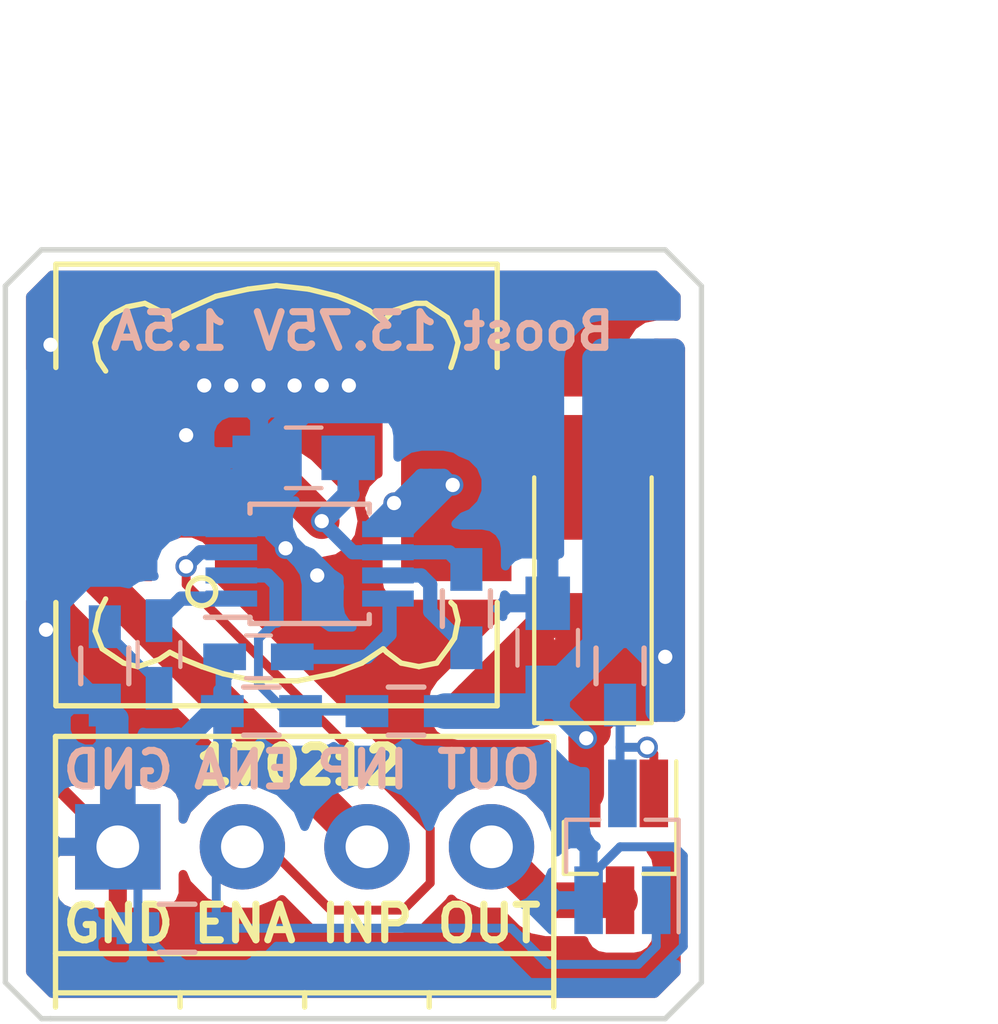
<source format=kicad_pcb>
(kicad_pcb (version 4) (host pcbnew 4.0.5)

  (general
    (links 30)
    (no_connects 0)
    (area 140.894999 98.730999 160.603001 120.471001)
    (thickness 1.6)
    (drawings 21)
    (tracks 278)
    (zones 0)
    (modules 16)
    (nets 13)
  )

  (page A4)
  (layers
    (0 F.Cu signal)
    (31 B.Cu signal)
    (32 B.Adhes user)
    (33 F.Adhes user)
    (34 B.Paste user)
    (35 F.Paste user)
    (36 B.SilkS user)
    (37 F.SilkS user)
    (38 B.Mask user)
    (39 F.Mask user)
    (40 Dwgs.User user)
    (41 Cmts.User user)
    (42 Eco1.User user)
    (43 Eco2.User user)
    (44 Edge.Cuts user)
    (45 Margin user)
    (46 B.CrtYd user)
    (47 F.CrtYd user)
    (48 B.Fab user)
    (49 F.Fab user)
  )

  (setup
    (last_trace_width 0.4)
    (user_trace_width 0.4)
    (user_trace_width 0.5)
    (user_trace_width 0.6)
    (user_trace_width 1)
    (trace_clearance 0.2)
    (zone_clearance 0.508)
    (zone_45_only no)
    (trace_min 0.2)
    (segment_width 0.2)
    (edge_width 0.15)
    (via_size 0.6)
    (via_drill 0.4)
    (via_min_size 0.4)
    (via_min_drill 0.3)
    (uvia_size 0.3)
    (uvia_drill 0.1)
    (uvias_allowed no)
    (uvia_min_size 0.2)
    (uvia_min_drill 0.1)
    (pcb_text_width 0.3)
    (pcb_text_size 1.5 1.5)
    (mod_edge_width 0.15)
    (mod_text_size 1 1)
    (mod_text_width 0.15)
    (pad_size 1.524 1.524)
    (pad_drill 0.762)
    (pad_to_mask_clearance 0.2)
    (aux_axis_origin 0 0)
    (visible_elements FFFFFF7F)
    (pcbplotparams
      (layerselection 0x00030_80000001)
      (usegerberextensions false)
      (excludeedgelayer true)
      (linewidth 0.100000)
      (plotframeref false)
      (viasonmask false)
      (mode 1)
      (useauxorigin false)
      (hpglpennumber 1)
      (hpglpenspeed 20)
      (hpglpendiameter 15)
      (hpglpenoverlay 2)
      (psnegative false)
      (psa4output false)
      (plotreference true)
      (plotvalue true)
      (plotinvisibletext false)
      (padsonsilk false)
      (subtractmaskfromsilk false)
      (outputformat 1)
      (mirror false)
      (drillshape 1)
      (scaleselection 1)
      (outputdirectory ""))
  )

  (net 0 "")
  (net 1 /INP)
  (net 2 GND)
  (net 3 "Net-(C2-Pad1)")
  (net 4 "Net-(C3-Pad1)")
  (net 5 "Net-(C3-Pad2)")
  (net 6 "Net-(C4-Pad1)")
  (net 7 "Net-(D1-Pad2)")
  (net 8 /OUT)
  (net 9 /ENA)
  (net 10 "Net-(Q1-Pad3)")
  (net 11 "Net-(R2-Pad2)")
  (net 12 "Net-(R4-Pad2)")

  (net_class Default "This is the default net class."
    (clearance 0.2)
    (trace_width 0.25)
    (via_dia 0.6)
    (via_drill 0.4)
    (uvia_dia 0.3)
    (uvia_drill 0.1)
    (add_net /ENA)
    (add_net /INP)
    (add_net /OUT)
    (add_net GND)
    (add_net "Net-(C2-Pad1)")
    (add_net "Net-(C3-Pad1)")
    (add_net "Net-(C3-Pad2)")
    (add_net "Net-(C4-Pad1)")
    (add_net "Net-(D1-Pad2)")
    (add_net "Net-(Q1-Pad3)")
    (add_net "Net-(R2-Pad2)")
    (add_net "Net-(R4-Pad2)")
  )

  (module Choke_SMD:Choke_SMD_12x12mm_h8mm (layer F.Cu) (tedit 58A0B0CF) (tstamp 58A07D09)
    (at 148.59 105.41)
    (descr "Choke, SMD, 12x12mm 8mm height")
    (tags "Choke, SMD")
    (path /58A051BA)
    (attr smd)
    (fp_text reference L1 (at 0 -8.89) (layer F.SilkS) hide
      (effects (font (size 1 1) (thickness 0.15)))
    )
    (fp_text value 22u (at 0 8.89) (layer F.Fab) hide
      (effects (font (size 1 1) (thickness 0.15)))
    )
    (fp_line (start -6.858 -6.604) (end 6.858 -6.604) (layer F.CrtYd) (width 0.05))
    (fp_line (start 6.858 -6.604) (end 6.858 6.604) (layer F.CrtYd) (width 0.05))
    (fp_line (start 6.858 6.604) (end -6.858 6.604) (layer F.CrtYd) (width 0.05))
    (fp_line (start -6.858 6.604) (end -6.858 -6.604) (layer F.CrtYd) (width 0.05))
    (fp_circle (center 0 0) (end 0.89916 0) (layer F.Adhes) (width 0.381))
    (fp_circle (center 0 0) (end 0.55118 0) (layer F.Adhes) (width 0.381))
    (fp_circle (center 0 0) (end 0.14986 0.14986) (layer F.Adhes) (width 0.381))
    (fp_circle (center -2.10058 2.99974) (end -1.80086 3.2512) (layer F.SilkS) (width 0.15))
    (fp_line (start 4.89966 3.29946) (end 5.00126 3.40106) (layer F.SilkS) (width 0.15))
    (fp_line (start 5.00126 3.40106) (end 5.10032 3.79984) (layer F.SilkS) (width 0.15))
    (fp_line (start 5.10032 3.79984) (end 5.00126 4.30022) (layer F.SilkS) (width 0.15))
    (fp_line (start 5.00126 4.30022) (end 4.8006 4.59994) (layer F.SilkS) (width 0.15))
    (fp_line (start 4.8006 4.59994) (end 4.50088 5.00126) (layer F.SilkS) (width 0.15))
    (fp_line (start 4.50088 5.00126) (end 4.0005 5.10032) (layer F.SilkS) (width 0.15))
    (fp_line (start 4.0005 5.10032) (end 3.50012 5.00126) (layer F.SilkS) (width 0.15))
    (fp_line (start 3.50012 5.00126) (end 3.0988 4.699) (layer F.SilkS) (width 0.15))
    (fp_line (start 3.0988 4.699) (end 2.99974 4.59994) (layer F.SilkS) (width 0.15))
    (fp_line (start 2.99974 4.59994) (end 2.4003 5.00126) (layer F.SilkS) (width 0.15))
    (fp_line (start 2.4003 5.00126) (end 1.6002 5.30098) (layer F.SilkS) (width 0.15))
    (fp_line (start 1.6002 5.30098) (end 0.59944 5.4991) (layer F.SilkS) (width 0.15))
    (fp_line (start 0.59944 5.4991) (end -0.59944 5.4991) (layer F.SilkS) (width 0.15))
    (fp_line (start -0.59944 5.4991) (end -1.50114 5.30098) (layer F.SilkS) (width 0.15))
    (fp_line (start -1.50114 5.30098) (end -2.10058 5.10032) (layer F.SilkS) (width 0.15))
    (fp_line (start -2.10058 5.10032) (end -2.60096 4.89966) (layer F.SilkS) (width 0.15))
    (fp_line (start -2.60096 4.89966) (end -2.99974 4.699) (layer F.SilkS) (width 0.15))
    (fp_line (start -2.99974 4.699) (end -3.29946 4.89966) (layer F.SilkS) (width 0.15))
    (fp_line (start -3.29946 4.89966) (end -3.8989 5.10032) (layer F.SilkS) (width 0.15))
    (fp_line (start -3.8989 5.10032) (end -4.30022 5.00126) (layer F.SilkS) (width 0.15))
    (fp_line (start -4.30022 5.00126) (end -4.59994 4.8006) (layer F.SilkS) (width 0.15))
    (fp_line (start -4.59994 4.8006) (end -4.89966 4.59994) (layer F.SilkS) (width 0.15))
    (fp_line (start -4.89966 4.59994) (end -5.10032 4.09956) (layer F.SilkS) (width 0.15))
    (fp_line (start -5.10032 4.09956) (end -5.00126 3.59918) (layer F.SilkS) (width 0.15))
    (fp_line (start -5.00126 3.59918) (end -4.8006 3.2004) (layer F.SilkS) (width 0.15))
    (fp_line (start 4.89966 -3.29946) (end 5.00126 -3.59918) (layer F.SilkS) (width 0.15))
    (fp_line (start 5.00126 -3.59918) (end 5.10032 -4.0005) (layer F.SilkS) (width 0.15))
    (fp_line (start 5.10032 -4.0005) (end 5.00126 -4.30022) (layer F.SilkS) (width 0.15))
    (fp_line (start 5.00126 -4.30022) (end 4.8006 -4.699) (layer F.SilkS) (width 0.15))
    (fp_line (start 4.8006 -4.699) (end 4.50088 -4.89966) (layer F.SilkS) (width 0.15))
    (fp_line (start 4.50088 -4.89966) (end 4.20116 -5.10032) (layer F.SilkS) (width 0.15))
    (fp_line (start 4.20116 -5.10032) (end 3.8989 -5.10032) (layer F.SilkS) (width 0.15))
    (fp_line (start 3.8989 -5.10032) (end 3.59918 -5.00126) (layer F.SilkS) (width 0.15))
    (fp_line (start 3.59918 -5.00126) (end 3.29946 -4.89966) (layer F.SilkS) (width 0.15))
    (fp_line (start 3.29946 -4.89966) (end 2.99974 -4.59994) (layer F.SilkS) (width 0.15))
    (fp_line (start 2.99974 -4.59994) (end 2.60096 -4.89966) (layer F.SilkS) (width 0.15))
    (fp_line (start 2.60096 -4.89966) (end 2.19964 -5.10032) (layer F.SilkS) (width 0.15))
    (fp_line (start 2.19964 -5.10032) (end 1.69926 -5.30098) (layer F.SilkS) (width 0.15))
    (fp_line (start 1.69926 -5.30098) (end 0.89916 -5.4991) (layer F.SilkS) (width 0.15))
    (fp_line (start 0.89916 -5.4991) (end 0 -5.6007) (layer F.SilkS) (width 0.15))
    (fp_line (start 0 -5.6007) (end -0.8001 -5.4991) (layer F.SilkS) (width 0.15))
    (fp_line (start -0.8001 -5.4991) (end -1.69926 -5.30098) (layer F.SilkS) (width 0.15))
    (fp_line (start -1.69926 -5.30098) (end -2.60096 -4.89966) (layer F.SilkS) (width 0.15))
    (fp_line (start -2.60096 -4.89966) (end -2.99974 -4.699) (layer F.SilkS) (width 0.15))
    (fp_line (start -2.99974 -4.699) (end -3.29946 -4.89966) (layer F.SilkS) (width 0.15))
    (fp_line (start -3.29946 -4.89966) (end -3.70078 -5.10032) (layer F.SilkS) (width 0.15))
    (fp_line (start -3.70078 -5.10032) (end -4.20116 -5.00126) (layer F.SilkS) (width 0.15))
    (fp_line (start -4.20116 -5.00126) (end -4.59994 -4.8006) (layer F.SilkS) (width 0.15))
    (fp_line (start -4.59994 -4.8006) (end -4.89966 -4.50088) (layer F.SilkS) (width 0.15))
    (fp_line (start -4.89966 -4.50088) (end -5.10032 -4.0005) (layer F.SilkS) (width 0.15))
    (fp_line (start -5.10032 -4.0005) (end -5.00126 -3.50012) (layer F.SilkS) (width 0.15))
    (fp_line (start -5.00126 -3.50012) (end -4.8006 -3.2004) (layer F.SilkS) (width 0.15))
    (fp_line (start -6.20014 3.29946) (end -6.20014 6.20014) (layer F.SilkS) (width 0.15))
    (fp_line (start -6.20014 6.20014) (end 6.20014 6.20014) (layer F.SilkS) (width 0.15))
    (fp_line (start 6.20014 6.20014) (end 6.20014 3.29946) (layer F.SilkS) (width 0.15))
    (fp_line (start 6.20014 -6.20014) (end -6.20014 -6.20014) (layer F.SilkS) (width 0.15))
    (fp_line (start -6.20014 -6.20014) (end -6.20014 -3.29946) (layer F.SilkS) (width 0.15))
    (fp_line (start 6.20014 -6.20014) (end 6.20014 -3.29946) (layer F.SilkS) (width 0.15))
    (pad 1 smd rect (at -5.05046 0) (size 3.10068 5.40004) (layers F.Cu F.Paste F.Mask)
      (net 1 /INP))
    (pad 2 smd rect (at 5.05046 0) (size 3.10068 5.40004) (layers F.Cu F.Paste F.Mask)
      (net 7 "Net-(D1-Pad2)"))
    (model Choke_SMD.3dshapes/Choke_SMD_12x12mm_h8mm.wrl
      (at (xyz 0 0 0))
      (scale (xyz 4 4 4))
      (rotate (xyz 0 0 0))
    )
  )

  (module Capacitors_SMD:C_0805_HandSoldering (layer B.Cu) (tedit 58A0B11B) (tstamp 58A07CEB)
    (at 149.352 104.648 180)
    (descr "Capacitor SMD 0805, hand soldering")
    (tags "capacitor 0805")
    (path /58A075A6)
    (attr smd)
    (fp_text reference C1 (at 0 2.1 180) (layer B.SilkS) hide
      (effects (font (size 1 1) (thickness 0.15)) (justify mirror))
    )
    (fp_text value 10u (at 0 -2.1 180) (layer B.Fab) hide
      (effects (font (size 1 1) (thickness 0.15)) (justify mirror))
    )
    (fp_line (start -1 -0.625) (end -1 0.625) (layer B.Fab) (width 0.1))
    (fp_line (start 1 -0.625) (end -1 -0.625) (layer B.Fab) (width 0.1))
    (fp_line (start 1 0.625) (end 1 -0.625) (layer B.Fab) (width 0.1))
    (fp_line (start -1 0.625) (end 1 0.625) (layer B.Fab) (width 0.1))
    (fp_line (start -2.3 1) (end 2.3 1) (layer B.CrtYd) (width 0.05))
    (fp_line (start -2.3 -1) (end 2.3 -1) (layer B.CrtYd) (width 0.05))
    (fp_line (start -2.3 1) (end -2.3 -1) (layer B.CrtYd) (width 0.05))
    (fp_line (start 2.3 1) (end 2.3 -1) (layer B.CrtYd) (width 0.05))
    (fp_line (start 0.5 0.85) (end -0.5 0.85) (layer B.SilkS) (width 0.12))
    (fp_line (start -0.5 -0.85) (end 0.5 -0.85) (layer B.SilkS) (width 0.12))
    (pad 1 smd rect (at -1.25 0 180) (size 1.5 1.25) (layers B.Cu B.Paste B.Mask)
      (net 1 /INP))
    (pad 2 smd rect (at 1.25 0 180) (size 1.5 1.25) (layers B.Cu B.Paste B.Mask)
      (net 2 GND))
    (model Capacitors_SMD.3dshapes/C_0805_HandSoldering.wrl
      (at (xyz 0 0 0))
      (scale (xyz 1 1 1))
      (rotate (xyz 0 0 0))
    )
  )

  (module Capacitors_SMD:C_0603_HandSoldering (layer B.Cu) (tedit 58A0B100) (tstamp 58A07CF1)
    (at 148.082 110.236 180)
    (descr "Capacitor SMD 0603, hand soldering")
    (tags "capacitor 0603")
    (path /58A04F72)
    (attr smd)
    (fp_text reference C2 (at 0 1.9 180) (layer B.SilkS) hide
      (effects (font (size 1 1) (thickness 0.15)) (justify mirror))
    )
    (fp_text value 10n (at 0 -1.9 180) (layer B.Fab) hide
      (effects (font (size 1 1) (thickness 0.15)) (justify mirror))
    )
    (fp_line (start -0.8 -0.4) (end -0.8 0.4) (layer B.Fab) (width 0.1))
    (fp_line (start 0.8 -0.4) (end -0.8 -0.4) (layer B.Fab) (width 0.1))
    (fp_line (start 0.8 0.4) (end 0.8 -0.4) (layer B.Fab) (width 0.1))
    (fp_line (start -0.8 0.4) (end 0.8 0.4) (layer B.Fab) (width 0.1))
    (fp_line (start -1.85 0.75) (end 1.85 0.75) (layer B.CrtYd) (width 0.05))
    (fp_line (start -1.85 -0.75) (end 1.85 -0.75) (layer B.CrtYd) (width 0.05))
    (fp_line (start -1.85 0.75) (end -1.85 -0.75) (layer B.CrtYd) (width 0.05))
    (fp_line (start 1.85 0.75) (end 1.85 -0.75) (layer B.CrtYd) (width 0.05))
    (fp_line (start -0.35 0.6) (end 0.35 0.6) (layer B.SilkS) (width 0.12))
    (fp_line (start 0.35 -0.6) (end -0.35 -0.6) (layer B.SilkS) (width 0.12))
    (pad 1 smd rect (at -0.95 0 180) (size 1.2 0.75) (layers B.Cu B.Paste B.Mask)
      (net 3 "Net-(C2-Pad1)"))
    (pad 2 smd rect (at 0.95 0 180) (size 1.2 0.75) (layers B.Cu B.Paste B.Mask)
      (net 2 GND))
    (model Capacitors_SMD.3dshapes/C_0603_HandSoldering.wrl
      (at (xyz 0 0 0))
      (scale (xyz 1 1 1))
      (rotate (xyz 0 0 0))
    )
  )

  (module Capacitors_SMD:C_0603_HandSoldering (layer B.Cu) (tedit 58A0B107) (tstamp 58A07CF7)
    (at 145.288 110.17 90)
    (descr "Capacitor SMD 0603, hand soldering")
    (tags "capacitor 0603")
    (path /58A059D0)
    (attr smd)
    (fp_text reference C3 (at 0 1.9 90) (layer B.SilkS) hide
      (effects (font (size 1 1) (thickness 0.15)) (justify mirror))
    )
    (fp_text value 2n2 (at 0 -1.9 90) (layer B.Fab) hide
      (effects (font (size 1 1) (thickness 0.15)) (justify mirror))
    )
    (fp_line (start -0.8 -0.4) (end -0.8 0.4) (layer B.Fab) (width 0.1))
    (fp_line (start 0.8 -0.4) (end -0.8 -0.4) (layer B.Fab) (width 0.1))
    (fp_line (start 0.8 0.4) (end 0.8 -0.4) (layer B.Fab) (width 0.1))
    (fp_line (start -0.8 0.4) (end 0.8 0.4) (layer B.Fab) (width 0.1))
    (fp_line (start -1.85 0.75) (end 1.85 0.75) (layer B.CrtYd) (width 0.05))
    (fp_line (start -1.85 -0.75) (end 1.85 -0.75) (layer B.CrtYd) (width 0.05))
    (fp_line (start -1.85 0.75) (end -1.85 -0.75) (layer B.CrtYd) (width 0.05))
    (fp_line (start 1.85 0.75) (end 1.85 -0.75) (layer B.CrtYd) (width 0.05))
    (fp_line (start -0.35 0.6) (end 0.35 0.6) (layer B.SilkS) (width 0.12))
    (fp_line (start 0.35 -0.6) (end -0.35 -0.6) (layer B.SilkS) (width 0.12))
    (pad 1 smd rect (at -0.95 0 90) (size 1.2 0.75) (layers B.Cu B.Paste B.Mask)
      (net 4 "Net-(C3-Pad1)"))
    (pad 2 smd rect (at 0.95 0 90) (size 1.2 0.75) (layers B.Cu B.Paste B.Mask)
      (net 5 "Net-(C3-Pad2)"))
    (model Capacitors_SMD.3dshapes/C_0603_HandSoldering.wrl
      (at (xyz 0 0 0))
      (scale (xyz 1 1 1))
      (rotate (xyz 0 0 0))
    )
  )

  (module Capacitors_SMD:C_0805_HandSoldering (layer B.Cu) (tedit 58A0B0ED) (tstamp 58A07CFD)
    (at 156.21 109.982 90)
    (descr "Capacitor SMD 0805, hand soldering")
    (tags "capacitor 0805")
    (path /58A0570F)
    (attr smd)
    (fp_text reference C4 (at 0 2.1 90) (layer B.SilkS) hide
      (effects (font (size 1 1) (thickness 0.15)) (justify mirror))
    )
    (fp_text value 10u (at 0 -2.1 90) (layer B.Fab) hide
      (effects (font (size 1 1) (thickness 0.15)) (justify mirror))
    )
    (fp_line (start -1 -0.625) (end -1 0.625) (layer B.Fab) (width 0.1))
    (fp_line (start 1 -0.625) (end -1 -0.625) (layer B.Fab) (width 0.1))
    (fp_line (start 1 0.625) (end 1 -0.625) (layer B.Fab) (width 0.1))
    (fp_line (start -1 0.625) (end 1 0.625) (layer B.Fab) (width 0.1))
    (fp_line (start -2.3 1) (end 2.3 1) (layer B.CrtYd) (width 0.05))
    (fp_line (start -2.3 -1) (end 2.3 -1) (layer B.CrtYd) (width 0.05))
    (fp_line (start -2.3 1) (end -2.3 -1) (layer B.CrtYd) (width 0.05))
    (fp_line (start 2.3 1) (end 2.3 -1) (layer B.CrtYd) (width 0.05))
    (fp_line (start 0.5 0.85) (end -0.5 0.85) (layer B.SilkS) (width 0.12))
    (fp_line (start -0.5 -0.85) (end 0.5 -0.85) (layer B.SilkS) (width 0.12))
    (pad 1 smd rect (at -1.25 0 90) (size 1.5 1.25) (layers B.Cu B.Paste B.Mask)
      (net 6 "Net-(C4-Pad1)"))
    (pad 2 smd rect (at 1.25 0 90) (size 1.5 1.25) (layers B.Cu B.Paste B.Mask)
      (net 2 GND))
    (model Capacitors_SMD.3dshapes/C_0805_HandSoldering.wrl
      (at (xyz 0 0 0))
      (scale (xyz 1 1 1))
      (rotate (xyz 0 0 0))
    )
  )

  (module Diodes_SMD:D_SMA_Handsoldering (layer F.Cu) (tedit 58A0B09C) (tstamp 58A07D03)
    (at 157.48 107.696 90)
    (descr "Diode SMA Handsoldering")
    (tags "Diode SMA Handsoldering")
    (path /58A05339)
    (attr smd)
    (fp_text reference D1 (at 0 -2.85 90) (layer F.SilkS) hide
      (effects (font (size 1 1) (thickness 0.15)))
    )
    (fp_text value 3A (at 0.05 4.4 90) (layer F.Fab) hide
      (effects (font (size 1 1) (thickness 0.15)))
    )
    (fp_line (start -4.4 -1.65) (end -4.4 1.65) (layer F.SilkS) (width 0.12))
    (fp_line (start 2.3 1.5) (end -2.3 1.5) (layer F.Fab) (width 0.1))
    (fp_line (start -2.3 1.5) (end -2.3 -1.5) (layer F.Fab) (width 0.1))
    (fp_line (start 2.3 -1.5) (end 2.3 1.5) (layer F.Fab) (width 0.1))
    (fp_line (start 2.3 -1.5) (end -2.3 -1.5) (layer F.Fab) (width 0.1))
    (fp_line (start -4.5 -1.75) (end 4.5 -1.75) (layer F.CrtYd) (width 0.05))
    (fp_line (start 4.5 -1.75) (end 4.5 1.75) (layer F.CrtYd) (width 0.05))
    (fp_line (start 4.5 1.75) (end -4.5 1.75) (layer F.CrtYd) (width 0.05))
    (fp_line (start -4.5 1.75) (end -4.5 -1.75) (layer F.CrtYd) (width 0.05))
    (fp_line (start -0.64944 0.00102) (end -1.55114 0.00102) (layer F.Fab) (width 0.1))
    (fp_line (start 0.50118 0.00102) (end 1.4994 0.00102) (layer F.Fab) (width 0.1))
    (fp_line (start -0.64944 -0.79908) (end -0.64944 0.80112) (layer F.Fab) (width 0.1))
    (fp_line (start 0.50118 0.75032) (end 0.50118 -0.79908) (layer F.Fab) (width 0.1))
    (fp_line (start -0.64944 0.00102) (end 0.50118 0.75032) (layer F.Fab) (width 0.1))
    (fp_line (start -0.64944 0.00102) (end 0.50118 -0.79908) (layer F.Fab) (width 0.1))
    (fp_line (start -4.4 1.65) (end 2.5 1.65) (layer F.SilkS) (width 0.12))
    (fp_line (start -4.4 -1.65) (end 2.5 -1.65) (layer F.SilkS) (width 0.12))
    (pad 1 smd rect (at -2.5 0 90) (size 3.5 1.8) (layers F.Cu F.Paste F.Mask)
      (net 6 "Net-(C4-Pad1)"))
    (pad 2 smd rect (at 2.5 0 90) (size 3.5 1.8) (layers F.Cu F.Paste F.Mask)
      (net 7 "Net-(D1-Pad2)"))
    (model Diodes_SMD.3dshapes/D_SMA_Handsoldering.wrl
      (at (xyz 0 0 0))
      (scale (xyz 0.3937 0.3937 0.3937))
      (rotate (xyz 0 0 180))
    )
  )

  (module Terminal_Blocks:TerminalBlock_Pheonix_PT-3.5mm_4pol (layer F.Cu) (tedit 58A0B0B3) (tstamp 58A07D11)
    (at 144.13 115.57)
    (descr "4-way 3.5mm pitch terminal block, Phoenix PT series")
    (path /58A04C60)
    (fp_text reference P1 (at 5.25 -4.3) (layer F.SilkS) hide
      (effects (font (size 1 1) (thickness 0.15)))
    )
    (fp_text value CONN_01X04 (at 5.25 6) (layer F.Fab) hide
      (effects (font (size 1 1) (thickness 0.15)))
    )
    (fp_line (start -1.9 -3.3) (end 12.4 -3.3) (layer F.CrtYd) (width 0.05))
    (fp_line (start -1.9 4.7) (end -1.9 -3.3) (layer F.CrtYd) (width 0.05))
    (fp_line (start 12.4 4.7) (end -1.9 4.7) (layer F.CrtYd) (width 0.05))
    (fp_line (start 12.4 -3.3) (end 12.4 4.7) (layer F.CrtYd) (width 0.05))
    (fp_line (start 1.75 4.1) (end 1.75 4.5) (layer F.SilkS) (width 0.15))
    (fp_line (start 5.25 4.1) (end 5.25 4.5) (layer F.SilkS) (width 0.15))
    (fp_line (start 8.75 4.1) (end 8.75 4.5) (layer F.SilkS) (width 0.15))
    (fp_line (start -1.75 3) (end 12.25 3) (layer F.SilkS) (width 0.15))
    (fp_line (start -1.75 4.1) (end 12.25 4.1) (layer F.SilkS) (width 0.15))
    (fp_line (start -1.75 -3.1) (end -1.75 4.5) (layer F.SilkS) (width 0.15))
    (fp_line (start 12.25 4.5) (end 12.25 -3.1) (layer F.SilkS) (width 0.15))
    (fp_line (start 12.25 -3.1) (end -1.75 -3.1) (layer F.SilkS) (width 0.15))
    (pad 3 thru_hole circle (at 7 0) (size 2.4 2.4) (drill 1.2) (layers *.Cu *.Mask)
      (net 1 /INP))
    (pad 4 thru_hole circle (at 10.5 0) (size 2.4 2.4) (drill 1.2) (layers *.Cu *.Mask)
      (net 8 /OUT))
    (pad 2 thru_hole circle (at 3.5 0) (size 2.4 2.4) (drill 1.2) (layers *.Cu *.Mask)
      (net 9 /ENA))
    (pad 1 thru_hole rect (at 0 0) (size 2.4 2.4) (drill 1.2) (layers *.Cu *.Mask)
      (net 2 GND))
    (model Terminal_Blocks.3dshapes/TerminalBlock_Pheonix_PT-3.5mm_4pol.wrl
      (at (xyz 0 0 0))
      (scale (xyz 1 1 1))
      (rotate (xyz 0 0 0))
    )
  )

  (module TO_SOT_Packages_SMD:SOT-23_Handsoldering (layer B.Cu) (tedit 58A0B0D8) (tstamp 58A07D18)
    (at 158.308 115.57 90)
    (descr "SOT-23, Handsoldering")
    (tags SOT-23)
    (path /58A06A1F)
    (attr smd)
    (fp_text reference Q1 (at 0 2.5 90) (layer B.SilkS) hide
      (effects (font (size 1 1) (thickness 0.15)) (justify mirror))
    )
    (fp_text value IRLML2502 (at 0 -2.5 90) (layer B.Fab) hide
      (effects (font (size 1 1) (thickness 0.15)) (justify mirror))
    )
    (fp_line (start -0.2 1.52) (end -0.7 1.02) (layer B.Fab) (width 0.1))
    (fp_line (start 0.76 -1.58) (end 0.76 -0.65) (layer B.SilkS) (width 0.12))
    (fp_line (start 0.76 1.58) (end 0.76 0.65) (layer B.SilkS) (width 0.12))
    (fp_line (start 0.7 1.52) (end 0.7 -1.52) (layer B.Fab) (width 0.1))
    (fp_line (start -0.7 -1.52) (end 0.7 -1.52) (layer B.Fab) (width 0.1))
    (fp_line (start -2.7 1.75) (end 2.7 1.75) (layer B.CrtYd) (width 0.05))
    (fp_line (start 2.7 1.75) (end 2.7 -1.75) (layer B.CrtYd) (width 0.05))
    (fp_line (start 2.7 -1.75) (end -2.7 -1.75) (layer B.CrtYd) (width 0.05))
    (fp_line (start -2.7 -1.75) (end -2.7 1.75) (layer B.CrtYd) (width 0.05))
    (fp_line (start 0.76 1.58) (end -2.4 1.58) (layer B.SilkS) (width 0.12))
    (fp_line (start -0.2 1.52) (end 0.7 1.52) (layer B.Fab) (width 0.1))
    (fp_line (start -0.7 1.02) (end -0.7 -1.52) (layer B.Fab) (width 0.1))
    (fp_line (start 0.76 -1.58) (end -0.7 -1.58) (layer B.SilkS) (width 0.12))
    (pad 1 smd rect (at -1.5 0.95 90) (size 1.9 0.8) (layers B.Cu B.Paste B.Mask)
      (net 9 /ENA))
    (pad 2 smd rect (at -1.5 -0.95 90) (size 1.9 0.8) (layers B.Cu B.Paste B.Mask)
      (net 2 GND))
    (pad 3 smd rect (at 1.5 0 90) (size 1.9 0.8) (layers B.Cu B.Paste B.Mask)
      (net 10 "Net-(Q1-Pad3)"))
    (model TO_SOT_Packages_SMD.3dshapes/SOT-23.wrl
      (at (xyz 0 0 0))
      (scale (xyz 1 1 1))
      (rotate (xyz 0 0 90))
    )
  )

  (module TO_SOT_Packages_SMD:SOT-23_Handsoldering (layer F.Cu) (tedit 58A0B0DA) (tstamp 58A07D1F)
    (at 158.242 115.57 270)
    (descr "SOT-23, Handsoldering")
    (tags SOT-23)
    (path /58A07DAA)
    (attr smd)
    (fp_text reference Q2 (at 0 -2.5 270) (layer F.SilkS) hide
      (effects (font (size 1 1) (thickness 0.15)))
    )
    (fp_text value AO3407 (at 0 2.5 270) (layer F.Fab) hide
      (effects (font (size 1 1) (thickness 0.15)))
    )
    (fp_line (start -0.2 -1.52) (end -0.7 -1.02) (layer F.Fab) (width 0.1))
    (fp_line (start 0.76 1.58) (end 0.76 0.65) (layer F.SilkS) (width 0.12))
    (fp_line (start 0.76 -1.58) (end 0.76 -0.65) (layer F.SilkS) (width 0.12))
    (fp_line (start 0.7 -1.52) (end 0.7 1.52) (layer F.Fab) (width 0.1))
    (fp_line (start -0.7 1.52) (end 0.7 1.52) (layer F.Fab) (width 0.1))
    (fp_line (start -2.7 -1.75) (end 2.7 -1.75) (layer F.CrtYd) (width 0.05))
    (fp_line (start 2.7 -1.75) (end 2.7 1.75) (layer F.CrtYd) (width 0.05))
    (fp_line (start 2.7 1.75) (end -2.7 1.75) (layer F.CrtYd) (width 0.05))
    (fp_line (start -2.7 1.75) (end -2.7 -1.75) (layer F.CrtYd) (width 0.05))
    (fp_line (start 0.76 -1.58) (end -2.4 -1.58) (layer F.SilkS) (width 0.12))
    (fp_line (start -0.2 -1.52) (end 0.7 -1.52) (layer F.Fab) (width 0.1))
    (fp_line (start -0.7 -1.02) (end -0.7 1.52) (layer F.Fab) (width 0.1))
    (fp_line (start 0.76 1.58) (end -0.7 1.58) (layer F.SilkS) (width 0.12))
    (pad 1 smd rect (at -1.5 -0.95 270) (size 1.9 0.8) (layers F.Cu F.Paste F.Mask)
      (net 10 "Net-(Q1-Pad3)"))
    (pad 2 smd rect (at -1.5 0.95 270) (size 1.9 0.8) (layers F.Cu F.Paste F.Mask)
      (net 6 "Net-(C4-Pad1)"))
    (pad 3 smd rect (at 1.5 0 270) (size 1.9 0.8) (layers F.Cu F.Paste F.Mask)
      (net 8 /OUT))
    (model TO_SOT_Packages_SMD.3dshapes/SOT-23.wrl
      (at (xyz 0 0 0))
      (scale (xyz 1 1 1))
      (rotate (xyz 0 0 90))
    )
  )

  (module Resistors_SMD:R_0603_HandSoldering (layer B.Cu) (tedit 58A0B0BA) (tstamp 58A07D25)
    (at 145.796 117.856 180)
    (descr "Resistor SMD 0603, hand soldering")
    (tags "resistor 0603")
    (path /58A04EF6)
    (attr smd)
    (fp_text reference R1 (at 0 1.9 180) (layer B.SilkS) hide
      (effects (font (size 1 1) (thickness 0.15)) (justify mirror))
    )
    (fp_text value 100k (at 0 -1.9 180) (layer B.Fab) hide
      (effects (font (size 1 1) (thickness 0.15)) (justify mirror))
    )
    (fp_line (start -0.8 -0.4) (end -0.8 0.4) (layer B.Fab) (width 0.1))
    (fp_line (start 0.8 -0.4) (end -0.8 -0.4) (layer B.Fab) (width 0.1))
    (fp_line (start 0.8 0.4) (end 0.8 -0.4) (layer B.Fab) (width 0.1))
    (fp_line (start -0.8 0.4) (end 0.8 0.4) (layer B.Fab) (width 0.1))
    (fp_line (start -2 0.8) (end 2 0.8) (layer B.CrtYd) (width 0.05))
    (fp_line (start -2 -0.8) (end 2 -0.8) (layer B.CrtYd) (width 0.05))
    (fp_line (start -2 0.8) (end -2 -0.8) (layer B.CrtYd) (width 0.05))
    (fp_line (start 2 0.8) (end 2 -0.8) (layer B.CrtYd) (width 0.05))
    (fp_line (start 0.5 -0.675) (end -0.5 -0.675) (layer B.SilkS) (width 0.15))
    (fp_line (start -0.5 0.675) (end 0.5 0.675) (layer B.SilkS) (width 0.15))
    (pad 1 smd rect (at -1.1 0 180) (size 1.2 0.9) (layers B.Cu B.Paste B.Mask)
      (net 9 /ENA))
    (pad 2 smd rect (at 1.1 0 180) (size 1.2 0.9) (layers B.Cu B.Paste B.Mask)
      (net 2 GND))
    (model Resistors_SMD.3dshapes/R_0603_HandSoldering.wrl
      (at (xyz 0 0 0))
      (scale (xyz 1 1 1))
      (rotate (xyz 0 0 0))
    )
  )

  (module Resistors_SMD:R_0603_HandSoldering (layer B.Cu) (tedit 58A0B0F3) (tstamp 58A07D2B)
    (at 153.924 108.882 270)
    (descr "Resistor SMD 0603, hand soldering")
    (tags "resistor 0603")
    (path /58A04E56)
    (attr smd)
    (fp_text reference R2 (at 0 1.9 270) (layer B.SilkS) hide
      (effects (font (size 1 1) (thickness 0.15)) (justify mirror))
    )
    (fp_text value 100k (at 0 -1.9 270) (layer B.Fab) hide
      (effects (font (size 1 1) (thickness 0.15)) (justify mirror))
    )
    (fp_line (start -0.8 -0.4) (end -0.8 0.4) (layer B.Fab) (width 0.1))
    (fp_line (start 0.8 -0.4) (end -0.8 -0.4) (layer B.Fab) (width 0.1))
    (fp_line (start 0.8 0.4) (end 0.8 -0.4) (layer B.Fab) (width 0.1))
    (fp_line (start -0.8 0.4) (end 0.8 0.4) (layer B.Fab) (width 0.1))
    (fp_line (start -2 0.8) (end 2 0.8) (layer B.CrtYd) (width 0.05))
    (fp_line (start -2 -0.8) (end 2 -0.8) (layer B.CrtYd) (width 0.05))
    (fp_line (start -2 0.8) (end -2 -0.8) (layer B.CrtYd) (width 0.05))
    (fp_line (start 2 0.8) (end 2 -0.8) (layer B.CrtYd) (width 0.05))
    (fp_line (start 0.5 -0.675) (end -0.5 -0.675) (layer B.SilkS) (width 0.15))
    (fp_line (start -0.5 0.675) (end 0.5 0.675) (layer B.SilkS) (width 0.15))
    (pad 1 smd rect (at -1.1 0 270) (size 1.2 0.9) (layers B.Cu B.Paste B.Mask)
      (net 1 /INP))
    (pad 2 smd rect (at 1.1 0 270) (size 1.2 0.9) (layers B.Cu B.Paste B.Mask)
      (net 11 "Net-(R2-Pad2)"))
    (model Resistors_SMD.3dshapes/R_0603_HandSoldering.wrl
      (at (xyz 0 0 0))
      (scale (xyz 1 1 1))
      (rotate (xyz 0 0 0))
    )
  )

  (module Resistors_SMD:R_0603_HandSoldering (layer B.Cu) (tedit 58A0B10C) (tstamp 58A07D31)
    (at 143.764 110.49 270)
    (descr "Resistor SMD 0603, hand soldering")
    (tags "resistor 0603")
    (path /58A05AEE)
    (attr smd)
    (fp_text reference R3 (at 0 1.9 270) (layer B.SilkS) hide
      (effects (font (size 1 1) (thickness 0.15)) (justify mirror))
    )
    (fp_text value 10k (at 0 -1.9 270) (layer B.Fab) hide
      (effects (font (size 1 1) (thickness 0.15)) (justify mirror))
    )
    (fp_line (start -0.8 -0.4) (end -0.8 0.4) (layer B.Fab) (width 0.1))
    (fp_line (start 0.8 -0.4) (end -0.8 -0.4) (layer B.Fab) (width 0.1))
    (fp_line (start 0.8 0.4) (end 0.8 -0.4) (layer B.Fab) (width 0.1))
    (fp_line (start -0.8 0.4) (end 0.8 0.4) (layer B.Fab) (width 0.1))
    (fp_line (start -2 0.8) (end 2 0.8) (layer B.CrtYd) (width 0.05))
    (fp_line (start -2 -0.8) (end 2 -0.8) (layer B.CrtYd) (width 0.05))
    (fp_line (start -2 0.8) (end -2 -0.8) (layer B.CrtYd) (width 0.05))
    (fp_line (start 2 0.8) (end 2 -0.8) (layer B.CrtYd) (width 0.05))
    (fp_line (start 0.5 -0.675) (end -0.5 -0.675) (layer B.SilkS) (width 0.15))
    (fp_line (start -0.5 0.675) (end 0.5 0.675) (layer B.SilkS) (width 0.15))
    (pad 1 smd rect (at -1.1 0 270) (size 1.2 0.9) (layers B.Cu B.Paste B.Mask)
      (net 4 "Net-(C3-Pad1)"))
    (pad 2 smd rect (at 1.1 0 270) (size 1.2 0.9) (layers B.Cu B.Paste B.Mask)
      (net 2 GND))
    (model Resistors_SMD.3dshapes/R_0603_HandSoldering.wrl
      (at (xyz 0 0 0))
      (scale (xyz 1 1 1))
      (rotate (xyz 0 0 0))
    )
  )

  (module Resistors_SMD:R_0603_HandSoldering (layer B.Cu) (tedit 58A0B0F0) (tstamp 58A07D37)
    (at 152.23 111.76 180)
    (descr "Resistor SMD 0603, hand soldering")
    (tags "resistor 0603")
    (path /58A054A6)
    (attr smd)
    (fp_text reference R4 (at 0 1.9 180) (layer B.SilkS) hide
      (effects (font (size 1 1) (thickness 0.15)) (justify mirror))
    )
    (fp_text value 100k (at 0 -1.9 180) (layer B.Fab) hide
      (effects (font (size 1 1) (thickness 0.15)) (justify mirror))
    )
    (fp_line (start -0.8 -0.4) (end -0.8 0.4) (layer B.Fab) (width 0.1))
    (fp_line (start 0.8 -0.4) (end -0.8 -0.4) (layer B.Fab) (width 0.1))
    (fp_line (start 0.8 0.4) (end 0.8 -0.4) (layer B.Fab) (width 0.1))
    (fp_line (start -0.8 0.4) (end 0.8 0.4) (layer B.Fab) (width 0.1))
    (fp_line (start -2 0.8) (end 2 0.8) (layer B.CrtYd) (width 0.05))
    (fp_line (start -2 -0.8) (end 2 -0.8) (layer B.CrtYd) (width 0.05))
    (fp_line (start -2 0.8) (end -2 -0.8) (layer B.CrtYd) (width 0.05))
    (fp_line (start 2 0.8) (end 2 -0.8) (layer B.CrtYd) (width 0.05))
    (fp_line (start 0.5 -0.675) (end -0.5 -0.675) (layer B.SilkS) (width 0.15))
    (fp_line (start -0.5 0.675) (end 0.5 0.675) (layer B.SilkS) (width 0.15))
    (pad 1 smd rect (at -1.1 0 180) (size 1.2 0.9) (layers B.Cu B.Paste B.Mask)
      (net 6 "Net-(C4-Pad1)"))
    (pad 2 smd rect (at 1.1 0 180) (size 1.2 0.9) (layers B.Cu B.Paste B.Mask)
      (net 12 "Net-(R4-Pad2)"))
    (model Resistors_SMD.3dshapes/R_0603_HandSoldering.wrl
      (at (xyz 0 0 0))
      (scale (xyz 1 1 1))
      (rotate (xyz 0 0 0))
    )
  )

  (module Resistors_SMD:R_0603_HandSoldering (layer B.Cu) (tedit 58A0B0FA) (tstamp 58A07D3D)
    (at 148.166 111.76 180)
    (descr "Resistor SMD 0603, hand soldering")
    (tags "resistor 0603")
    (path /58A05511)
    (attr smd)
    (fp_text reference R5 (at 0 1.9 180) (layer B.SilkS) hide
      (effects (font (size 1 1) (thickness 0.15)) (justify mirror))
    )
    (fp_text value 10k (at 0 -1.9 180) (layer B.Fab) hide
      (effects (font (size 1 1) (thickness 0.15)) (justify mirror))
    )
    (fp_line (start -0.8 -0.4) (end -0.8 0.4) (layer B.Fab) (width 0.1))
    (fp_line (start 0.8 -0.4) (end -0.8 -0.4) (layer B.Fab) (width 0.1))
    (fp_line (start 0.8 0.4) (end 0.8 -0.4) (layer B.Fab) (width 0.1))
    (fp_line (start -0.8 0.4) (end 0.8 0.4) (layer B.Fab) (width 0.1))
    (fp_line (start -2 0.8) (end 2 0.8) (layer B.CrtYd) (width 0.05))
    (fp_line (start -2 -0.8) (end 2 -0.8) (layer B.CrtYd) (width 0.05))
    (fp_line (start -2 0.8) (end -2 -0.8) (layer B.CrtYd) (width 0.05))
    (fp_line (start 2 0.8) (end 2 -0.8) (layer B.CrtYd) (width 0.05))
    (fp_line (start 0.5 -0.675) (end -0.5 -0.675) (layer B.SilkS) (width 0.15))
    (fp_line (start -0.5 0.675) (end 0.5 0.675) (layer B.SilkS) (width 0.15))
    (pad 1 smd rect (at -1.1 0 180) (size 1.2 0.9) (layers B.Cu B.Paste B.Mask)
      (net 12 "Net-(R4-Pad2)"))
    (pad 2 smd rect (at 1.1 0 180) (size 1.2 0.9) (layers B.Cu B.Paste B.Mask)
      (net 2 GND))
    (model Resistors_SMD.3dshapes/R_0603_HandSoldering.wrl
      (at (xyz 0 0 0))
      (scale (xyz 1 1 1))
      (rotate (xyz 0 0 0))
    )
  )

  (module Resistors_SMD:R_0603_HandSoldering (layer B.Cu) (tedit 58A0B0E2) (tstamp 58A07D43)
    (at 158.242 110.49 270)
    (descr "Resistor SMD 0603, hand soldering")
    (tags "resistor 0603")
    (path /58A080A4)
    (attr smd)
    (fp_text reference R6 (at 0 1.9 270) (layer B.SilkS) hide
      (effects (font (size 1 1) (thickness 0.15)) (justify mirror))
    )
    (fp_text value 10k (at 0 -1.9 270) (layer B.Fab) hide
      (effects (font (size 1 1) (thickness 0.15)) (justify mirror))
    )
    (fp_line (start -0.8 -0.4) (end -0.8 0.4) (layer B.Fab) (width 0.1))
    (fp_line (start 0.8 -0.4) (end -0.8 -0.4) (layer B.Fab) (width 0.1))
    (fp_line (start 0.8 0.4) (end 0.8 -0.4) (layer B.Fab) (width 0.1))
    (fp_line (start -0.8 0.4) (end 0.8 0.4) (layer B.Fab) (width 0.1))
    (fp_line (start -2 0.8) (end 2 0.8) (layer B.CrtYd) (width 0.05))
    (fp_line (start -2 -0.8) (end 2 -0.8) (layer B.CrtYd) (width 0.05))
    (fp_line (start -2 0.8) (end -2 -0.8) (layer B.CrtYd) (width 0.05))
    (fp_line (start 2 0.8) (end 2 -0.8) (layer B.CrtYd) (width 0.05))
    (fp_line (start 0.5 -0.675) (end -0.5 -0.675) (layer B.SilkS) (width 0.15))
    (fp_line (start -0.5 0.675) (end 0.5 0.675) (layer B.SilkS) (width 0.15))
    (pad 1 smd rect (at -1.1 0 270) (size 1.2 0.9) (layers B.Cu B.Paste B.Mask)
      (net 6 "Net-(C4-Pad1)"))
    (pad 2 smd rect (at 1.1 0 270) (size 1.2 0.9) (layers B.Cu B.Paste B.Mask)
      (net 10 "Net-(Q1-Pad3)"))
    (model Resistors_SMD.3dshapes/R_0603_HandSoldering.wrl
      (at (xyz 0 0 0))
      (scale (xyz 1 1 1))
      (rotate (xyz 0 0 0))
    )
  )

  (module Housings_SSOP:MSOP-8_3x3mm_Pitch0.65mm (layer B.Cu) (tedit 58A0B117) (tstamp 58A07D4F)
    (at 149.52 107.625)
    (descr "8-Lead Plastic Micro Small Outline Package (MS) [MSOP] (see Microchip Packaging Specification 00000049BS.pdf)")
    (tags "SSOP 0.65")
    (path /58A0460C)
    (attr smd)
    (fp_text reference U1 (at 0 2.6) (layer B.SilkS) hide
      (effects (font (size 1 1) (thickness 0.15)) (justify mirror))
    )
    (fp_text value MP1542 (at 0 -2.6) (layer B.Fab) hide
      (effects (font (size 1 1) (thickness 0.15)) (justify mirror))
    )
    (fp_line (start -0.5 1.5) (end 1.5 1.5) (layer B.Fab) (width 0.15))
    (fp_line (start 1.5 1.5) (end 1.5 -1.5) (layer B.Fab) (width 0.15))
    (fp_line (start 1.5 -1.5) (end -1.5 -1.5) (layer B.Fab) (width 0.15))
    (fp_line (start -1.5 -1.5) (end -1.5 0.5) (layer B.Fab) (width 0.15))
    (fp_line (start -1.5 0.5) (end -0.5 1.5) (layer B.Fab) (width 0.15))
    (fp_line (start -3.2 1.85) (end -3.2 -1.85) (layer B.CrtYd) (width 0.05))
    (fp_line (start 3.2 1.85) (end 3.2 -1.85) (layer B.CrtYd) (width 0.05))
    (fp_line (start -3.2 1.85) (end 3.2 1.85) (layer B.CrtYd) (width 0.05))
    (fp_line (start -3.2 -1.85) (end 3.2 -1.85) (layer B.CrtYd) (width 0.05))
    (fp_line (start -1.675 1.675) (end -1.675 1.5) (layer B.SilkS) (width 0.15))
    (fp_line (start 1.675 1.675) (end 1.675 1.425) (layer B.SilkS) (width 0.15))
    (fp_line (start 1.675 -1.675) (end 1.675 -1.425) (layer B.SilkS) (width 0.15))
    (fp_line (start -1.675 -1.675) (end -1.675 -1.425) (layer B.SilkS) (width 0.15))
    (fp_line (start -1.675 1.675) (end 1.675 1.675) (layer B.SilkS) (width 0.15))
    (fp_line (start -1.675 -1.675) (end 1.675 -1.675) (layer B.SilkS) (width 0.15))
    (fp_line (start -1.675 1.5) (end -2.925 1.5) (layer B.SilkS) (width 0.15))
    (pad 1 smd rect (at -2.2 0.975) (size 1.45 0.45) (layers B.Cu B.Paste B.Mask)
      (net 5 "Net-(C3-Pad2)"))
    (pad 2 smd rect (at -2.2 0.325) (size 1.45 0.45) (layers B.Cu B.Paste B.Mask)
      (net 12 "Net-(R4-Pad2)"))
    (pad 3 smd rect (at -2.2 -0.325) (size 1.45 0.45) (layers B.Cu B.Paste B.Mask)
      (net 9 /ENA))
    (pad 4 smd rect (at -2.2 -0.975) (size 1.45 0.45) (layers B.Cu B.Paste B.Mask)
      (net 2 GND))
    (pad 5 smd rect (at 2.2 -0.975) (size 1.45 0.45) (layers B.Cu B.Paste B.Mask)
      (net 7 "Net-(D1-Pad2)"))
    (pad 6 smd rect (at 2.2 -0.325) (size 1.45 0.45) (layers B.Cu B.Paste B.Mask)
      (net 1 /INP))
    (pad 7 smd rect (at 2.2 0.325) (size 1.45 0.45) (layers B.Cu B.Paste B.Mask)
      (net 11 "Net-(R2-Pad2)"))
    (pad 8 smd rect (at 2.2 0.975) (size 1.45 0.45) (layers B.Cu B.Paste B.Mask)
      (net 3 "Net-(C2-Pad1)"))
    (model Housings_SSOP.3dshapes/MSOP-8_3x3mm_Pitch0.65mm.wrl
      (at (xyz 0 0 0))
      (scale (xyz 1 1 1))
      (rotate (xyz 0 0 0))
    )
  )

  (gr_text OUT (at 154.559 117.729) (layer F.SilkS)
    (effects (font (size 1 1) (thickness 0.2)))
  )
  (gr_text INP (at 151.13 117.729) (layer F.SilkS)
    (effects (font (size 1 1) (thickness 0.2)))
  )
  (gr_text ENA (at 147.701 117.729) (layer F.SilkS)
    (effects (font (size 1 1) (thickness 0.2)))
  )
  (gr_text GND (at 144.145 117.729) (layer F.SilkS)
    (effects (font (size 1 1) (thickness 0.2)))
  )
  (gr_text 170212 (at 149.225 113.284) (layer F.SilkS)
    (effects (font (size 1 1) (thickness 0.25)))
  )
  (gr_text "Boost 13.75V 1.5A" (at 151.003 101.092) (layer B.SilkS)
    (effects (font (size 1 1) (thickness 0.2)) (justify mirror))
  )
  (gr_text OUT (at 154.559 113.411) (layer B.SilkS) (tstamp 58A0B58D)
    (effects (font (size 1 1) (thickness 0.2)) (justify mirror))
  )
  (gr_text INP (at 151.003 113.411) (layer B.SilkS) (tstamp 58A0B576)
    (effects (font (size 1 1) (thickness 0.2)) (justify mirror))
  )
  (gr_text ENA (at 147.701 113.411) (layer B.SilkS) (tstamp 58A0B535)
    (effects (font (size 1 1) (thickness 0.2)) (justify mirror))
  )
  (gr_text GND (at 144.145 113.411) (layer B.SilkS)
    (effects (font (size 1 1) (thickness 0.2)) (justify mirror))
  )
  (gr_line (start 140.97 119.38) (end 141.986 120.396) (layer Edge.Cuts) (width 0.15))
  (gr_line (start 140.97 99.822) (end 141.986 98.806) (layer Edge.Cuts) (width 0.15))
  (gr_line (start 159.512 98.806) (end 160.528 99.822) (layer Edge.Cuts) (width 0.15))
  (gr_line (start 159.512 120.396) (end 160.528 119.38) (layer Edge.Cuts) (width 0.15))
  (dimension 19.558 (width 0.3) (layer Dwgs.User)
    (gr_text "19.558 mm" (at 150.749 93.646) (layer Dwgs.User)
      (effects (font (size 1.5 1.5) (thickness 0.3)))
    )
    (feature1 (pts (xy 160.528 98.298) (xy 160.528 92.296)))
    (feature2 (pts (xy 140.97 98.298) (xy 140.97 92.296)))
    (crossbar (pts (xy 140.97 94.996) (xy 160.528 94.996)))
    (arrow1a (pts (xy 160.528 94.996) (xy 159.401496 95.582421)))
    (arrow1b (pts (xy 160.528 94.996) (xy 159.401496 94.409579)))
    (arrow2a (pts (xy 140.97 94.996) (xy 142.096504 95.582421)))
    (arrow2b (pts (xy 140.97 94.996) (xy 142.096504 94.409579)))
  )
  (dimension 21.59 (width 0.3) (layer Dwgs.User)
    (gr_text "21.590 mm" (at 166.196 109.601 90) (layer Dwgs.User)
      (effects (font (size 1.5 1.5) (thickness 0.3)))
    )
    (feature1 (pts (xy 161.036 98.806) (xy 167.546 98.806)))
    (feature2 (pts (xy 161.036 120.396) (xy 167.546 120.396)))
    (crossbar (pts (xy 164.846 120.396) (xy 164.846 98.806)))
    (arrow1a (pts (xy 164.846 98.806) (xy 165.432421 99.932504)))
    (arrow1b (pts (xy 164.846 98.806) (xy 164.259579 99.932504)))
    (arrow2a (pts (xy 164.846 120.396) (xy 165.432421 119.269496)))
    (arrow2b (pts (xy 164.846 120.396) (xy 164.259579 119.269496)))
  )
  (gr_line (start 141.986 120.396) (end 142.24 120.396) (layer Edge.Cuts) (width 0.15))
  (gr_line (start 140.97 99.822) (end 140.97 119.38) (layer Edge.Cuts) (width 0.15))
  (gr_line (start 159.512 98.806) (end 141.986 98.806) (layer Edge.Cuts) (width 0.15))
  (gr_line (start 160.528 119.38) (end 160.528 99.822) (layer Edge.Cuts) (width 0.15))
  (gr_line (start 142.24 120.396) (end 159.512 120.396) (layer Edge.Cuts) (width 0.15))

  (segment (start 151.72 107.3) (end 153.442 107.3) (width 0.4) (layer B.Cu) (net 1))
  (segment (start 153.442 107.3) (end 153.924 107.782) (width 0.4) (layer B.Cu) (net 1))
  (segment (start 143.63954 105.41) (end 148.844 105.41) (width 1) (layer F.Cu) (net 1))
  (segment (start 148.844 105.41) (end 149.86 106.426) (width 1) (layer F.Cu) (net 1))
  (segment (start 151.13 115.57) (end 143.63954 108.07954) (width 1) (layer F.Cu) (net 1))
  (segment (start 143.63954 108.07954) (end 143.63954 105.41) (width 1) (layer F.Cu) (net 1))
  (segment (start 150.622 105.664) (end 150.602 105.644) (width 0.6) (layer B.Cu) (net 1))
  (segment (start 150.602 105.644) (end 150.602 104.648) (width 0.6) (layer B.Cu) (net 1))
  (segment (start 149.86 106.426) (end 150.622 105.664) (width 0.6) (layer B.Cu) (net 1))
  (segment (start 151.72 107.3) (end 150.734 107.3) (width 0.4) (layer B.Cu) (net 1))
  (segment (start 150.734 107.3) (end 149.86 106.426) (width 0.4) (layer B.Cu) (net 1))
  (via (at 149.86 106.426) (size 0.6) (drill 0.4) (layers F.Cu B.Cu) (net 1))
  (segment (start 148.844 107.188) (end 148.463 106.807) (width 0.4) (layer B.Cu) (net 2))
  (segment (start 148.463 106.807) (end 148.463 106.426) (width 0.4) (layer B.Cu) (net 2))
  (segment (start 148.463 106.426) (end 148.239 106.65) (width 0.4) (layer B.Cu) (net 2))
  (segment (start 148.239 106.65) (end 147.32 106.65) (width 0.4) (layer B.Cu) (net 2))
  (via (at 148.844 107.188) (size 0.6) (drill 0.4) (layers F.Cu B.Cu) (net 2))
  (segment (start 148.844 107.188) (end 148.971 107.188) (width 0.4) (layer F.Cu) (net 2))
  (segment (start 148.971 107.188) (end 149.733 107.95) (width 0.4) (layer F.Cu) (net 2))
  (segment (start 148.844 107.188) (end 148.971 107.188) (width 0.4) (layer B.Cu) (net 2))
  (segment (start 148.971 107.188) (end 149.733 107.95) (width 0.4) (layer B.Cu) (net 2))
  (via (at 149.733 107.95) (size 0.6) (drill 0.4) (layers F.Cu B.Cu) (net 2))
  (segment (start 142.24 101.473) (end 145.415 101.473) (width 0.4) (layer F.Cu) (net 2))
  (segment (start 145.415 101.473) (end 146.558 102.616) (width 0.4) (layer F.Cu) (net 2))
  (segment (start 142.113 109.474) (end 142.113 101.6) (width 0.4) (layer B.Cu) (net 2))
  (segment (start 142.113 101.6) (end 142.24 101.473) (width 0.4) (layer B.Cu) (net 2))
  (via (at 142.24 101.473) (size 0.6) (drill 0.4) (layers F.Cu B.Cu) (net 2))
  (segment (start 142.113 109.474) (end 142.113 113.553) (width 0.4) (layer F.Cu) (net 2))
  (segment (start 142.113 113.553) (end 144.13 115.57) (width 0.4) (layer F.Cu) (net 2))
  (segment (start 143.34 111.59) (end 142.113 110.363) (width 0.4) (layer B.Cu) (net 2))
  (segment (start 142.113 110.363) (end 142.113 109.474) (width 0.4) (layer B.Cu) (net 2))
  (via (at 142.113 109.474) (size 0.6) (drill 0.4) (layers F.Cu B.Cu) (net 2))
  (segment (start 143.764 111.59) (end 143.34 111.59) (width 0.4) (layer B.Cu) (net 2))
  (segment (start 146.05 104.013) (end 146.558 103.505) (width 0.4) (layer F.Cu) (net 2))
  (segment (start 146.558 103.505) (end 146.558 102.616) (width 0.4) (layer F.Cu) (net 2))
  (segment (start 147.32 106.65) (end 147.32 105.283) (width 0.4) (layer B.Cu) (net 2))
  (segment (start 147.32 105.283) (end 146.05 104.013) (width 0.4) (layer B.Cu) (net 2))
  (via (at 146.05 104.013) (size 0.6) (drill 0.4) (layers F.Cu B.Cu) (net 2))
  (segment (start 149.86 102.616) (end 150.622 102.616) (width 0.4) (layer B.Cu) (net 2))
  (via (at 150.622 102.616) (size 0.6) (drill 0.4) (layers F.Cu B.Cu) (net 2))
  (segment (start 149.098 102.616) (end 149.86 102.616) (width 0.4) (layer F.Cu) (net 2))
  (via (at 149.86 102.616) (size 0.6) (drill 0.4) (layers F.Cu B.Cu) (net 2))
  (segment (start 147.32 102.616) (end 146.558 102.616) (width 0.4) (layer B.Cu) (net 2))
  (via (at 146.558 102.616) (size 0.6) (drill 0.4) (layers F.Cu B.Cu) (net 2))
  (segment (start 148.082 102.616) (end 147.32 102.616) (width 0.4) (layer F.Cu) (net 2))
  (via (at 147.32 102.616) (size 0.6) (drill 0.4) (layers F.Cu B.Cu) (net 2))
  (segment (start 147.858 106.65) (end 149.098 105.41) (width 0.4) (layer B.Cu) (net 2))
  (segment (start 149.098 105.41) (end 149.098 103.652) (width 0.4) (layer B.Cu) (net 2))
  (segment (start 147.32 106.65) (end 147.858 106.65) (width 0.4) (layer B.Cu) (net 2))
  (segment (start 147.32 106.172) (end 147.32 105.918) (width 0.4) (layer B.Cu) (net 2))
  (segment (start 147.32 105.918) (end 148.844 104.394) (width 0.4) (layer B.Cu) (net 2))
  (segment (start 148.844 105.156) (end 148.844 104.394) (width 0.4) (layer B.Cu) (net 2))
  (segment (start 148.844 104.394) (end 148.844 103.906) (width 0.4) (layer B.Cu) (net 2))
  (segment (start 147.32 106.172) (end 148.844 104.648) (width 0.4) (layer B.Cu) (net 2))
  (segment (start 148.844 104.648) (end 148.844 104.394) (width 0.4) (layer B.Cu) (net 2))
  (segment (start 147.32 106.172) (end 147.32 105.43) (width 0.4) (layer B.Cu) (net 2))
  (segment (start 147.32 106.65) (end 147.32 106.172) (width 0.4) (layer B.Cu) (net 2))
  (segment (start 149.098 103.652) (end 148.844 103.906) (width 0.4) (layer B.Cu) (net 2))
  (segment (start 148.844 103.906) (end 148.102 104.648) (width 0.4) (layer B.Cu) (net 2))
  (segment (start 147.35 106.65) (end 148.844 105.156) (width 0.4) (layer B.Cu) (net 2))
  (segment (start 147.32 106.65) (end 147.35 106.65) (width 0.4) (layer B.Cu) (net 2))
  (segment (start 149.098 102.616) (end 149.098 103.652) (width 0.4) (layer B.Cu) (net 2))
  (segment (start 148.082 102.616) (end 149.098 102.616) (width 0.4) (layer F.Cu) (net 2))
  (via (at 149.098 102.616) (size 0.6) (drill 0.4) (layers F.Cu B.Cu) (net 2))
  (segment (start 148.102 104.648) (end 148.102 102.636) (width 0.4) (layer B.Cu) (net 2))
  (via (at 148.082 102.616) (size 0.6) (drill 0.4) (layers F.Cu B.Cu) (net 2))
  (segment (start 148.102 102.636) (end 148.082 102.616) (width 0.4) (layer B.Cu) (net 2))
  (segment (start 147.32 106.65) (end 146.782 106.65) (width 0.4) (layer B.Cu) (net 2))
  (segment (start 146.782 106.65) (end 146.558 106.426) (width 0.4) (layer B.Cu) (net 2))
  (segment (start 146.812 105.918) (end 146.812 106.426) (width 0.4) (layer B.Cu) (net 2))
  (segment (start 146.304 106.426) (end 146.812 105.918) (width 0.4) (layer B.Cu) (net 2))
  (segment (start 146.304 106.65) (end 146.02 106.65) (width 0.4) (layer B.Cu) (net 2))
  (segment (start 147.32 106.65) (end 146.304 106.65) (width 0.4) (layer B.Cu) (net 2))
  (segment (start 146.304 106.65) (end 146.304 106.426) (width 0.4) (layer B.Cu) (net 2))
  (segment (start 147.066 105.41) (end 147.32 105.156) (width 0.4) (layer B.Cu) (net 2))
  (segment (start 146.02 106.456) (end 147.066 105.41) (width 0.4) (layer B.Cu) (net 2))
  (segment (start 147.066 105.41) (end 147.066 106.396) (width 0.4) (layer B.Cu) (net 2))
  (segment (start 147.066 106.396) (end 147.32 106.65) (width 0.4) (layer B.Cu) (net 2))
  (segment (start 146.02 106.65) (end 146.02 106.456) (width 0.4) (layer B.Cu) (net 2))
  (segment (start 145.796 106.426) (end 145.796 106.172) (width 0.4) (layer B.Cu) (net 2))
  (segment (start 145.796 106.172) (end 146.812 105.156) (width 0.4) (layer B.Cu) (net 2))
  (segment (start 146.812 105.156) (end 147.066 105.156) (width 0.4) (layer B.Cu) (net 2))
  (segment (start 147.066 105.156) (end 145.796 106.426) (width 0.4) (layer B.Cu) (net 2))
  (segment (start 145.796 106.426) (end 145.542 106.172) (width 0.4) (layer B.Cu) (net 2))
  (segment (start 146.02 106.65) (end 145.796 106.426) (width 0.4) (layer B.Cu) (net 2))
  (segment (start 147.066 104.902) (end 147.32 104.648) (width 0.4) (layer B.Cu) (net 2))
  (segment (start 147.32 104.648) (end 148.102 104.648) (width 0.4) (layer B.Cu) (net 2))
  (segment (start 146.812 104.902) (end 147.066 104.902) (width 0.4) (layer B.Cu) (net 2))
  (segment (start 145.542 106.172) (end 145.288 105.918) (width 0.4) (layer B.Cu) (net 2))
  (segment (start 145.542 106.172) (end 146.812 104.902) (width 0.4) (layer B.Cu) (net 2))
  (segment (start 147.32 105.43) (end 148.102 104.648) (width 0.4) (layer B.Cu) (net 2))
  (segment (start 144.13 115.57) (end 144.13 112.776) (width 1) (layer B.Cu) (net 2))
  (segment (start 154.686 103.378) (end 156.21 104.902) (width 0.6) (layer B.Cu) (net 2))
  (segment (start 156.21 104.902) (end 156.21 108.732) (width 0.6) (layer B.Cu) (net 2))
  (segment (start 149.098 103.378) (end 154.686 103.378) (width 0.6) (layer B.Cu) (net 2))
  (segment (start 148.102 104.374) (end 149.098 103.378) (width 0.6) (layer B.Cu) (net 2))
  (segment (start 148.102 104.648) (end 148.102 104.374) (width 0.6) (layer B.Cu) (net 2))
  (segment (start 142.494 108.712) (end 145.288 105.918) (width 0.6) (layer B.Cu) (net 2))
  (segment (start 145.288 105.918) (end 146.558 104.648) (width 0.6) (layer B.Cu) (net 2))
  (segment (start 146.558 104.648) (end 148.102 104.648) (width 0.6) (layer B.Cu) (net 2))
  (segment (start 142.494 110.49) (end 142.494 108.712) (width 0.6) (layer B.Cu) (net 2))
  (segment (start 143.594 111.59) (end 142.494 110.49) (width 0.6) (layer B.Cu) (net 2))
  (segment (start 143.764 111.59) (end 143.594 111.59) (width 0.6) (layer B.Cu) (net 2))
  (segment (start 147.066 111.76) (end 147.066 110.302) (width 0.25) (layer B.Cu) (net 2))
  (segment (start 147.066 110.302) (end 147.132 110.236) (width 0.25) (layer B.Cu) (net 2))
  (segment (start 144.13 112.776) (end 144.13 111.956) (width 0.6) (layer B.Cu) (net 2))
  (segment (start 146.812 111.76) (end 145.796 112.776) (width 0.6) (layer B.Cu) (net 2))
  (segment (start 145.796 112.776) (end 144.13 112.776) (width 0.6) (layer B.Cu) (net 2))
  (segment (start 147.066 111.76) (end 146.812 111.76) (width 0.6) (layer B.Cu) (net 2))
  (segment (start 144.13 111.956) (end 143.764 111.59) (width 0.6) (layer B.Cu) (net 2))
  (segment (start 148.082 118.872) (end 145.712 118.872) (width 0.25) (layer B.Cu) (net 2))
  (segment (start 145.712 118.872) (end 144.696 117.856) (width 0.25) (layer B.Cu) (net 2))
  (segment (start 148.59 118.364) (end 148.082 118.872) (width 0.25) (layer B.Cu) (net 2))
  (segment (start 154.686 118.364) (end 148.59 118.364) (width 0.25) (layer B.Cu) (net 2))
  (segment (start 155.702 119.38) (end 154.686 118.364) (width 0.25) (layer B.Cu) (net 2))
  (segment (start 159.004 119.38) (end 155.702 119.38) (width 0.25) (layer B.Cu) (net 2))
  (segment (start 160.02 118.364) (end 159.004 119.38) (width 0.25) (layer B.Cu) (net 2))
  (segment (start 160.02 115.824) (end 160.02 118.364) (width 0.25) (layer B.Cu) (net 2))
  (segment (start 159.766 115.57) (end 160.02 115.824) (width 0.25) (layer B.Cu) (net 2))
  (segment (start 158.242 115.57) (end 159.766 115.57) (width 0.25) (layer B.Cu) (net 2))
  (segment (start 157.358 116.454) (end 158.242 115.57) (width 0.25) (layer B.Cu) (net 2))
  (segment (start 157.358 117.07) (end 157.358 116.454) (width 0.25) (layer B.Cu) (net 2))
  (segment (start 144.696 117.856) (end 144.696 116.136) (width 0.25) (layer B.Cu) (net 2))
  (segment (start 144.696 116.136) (end 144.13 115.57) (width 0.25) (layer B.Cu) (net 2))
  (segment (start 149.032 110.236) (end 151.13 110.236) (width 0.4) (layer B.Cu) (net 3))
  (segment (start 151.13 110.236) (end 151.765 109.601) (width 0.4) (layer B.Cu) (net 3))
  (segment (start 151.765 109.601) (end 151.765 108.645) (width 0.4) (layer B.Cu) (net 3))
  (segment (start 151.765 108.645) (end 151.72 108.6) (width 0.4) (layer B.Cu) (net 3))
  (segment (start 145.288 111.12) (end 145.288 110.998) (width 0.25) (layer B.Cu) (net 4))
  (segment (start 145.288 110.998) (end 143.764 109.474) (width 0.25) (layer B.Cu) (net 4))
  (segment (start 143.764 109.474) (end 143.764 109.39) (width 0.25) (layer B.Cu) (net 4))
  (segment (start 147.32 108.6) (end 145.908 108.6) (width 0.4) (layer B.Cu) (net 5))
  (segment (start 145.908 108.6) (end 145.288 109.22) (width 0.4) (layer B.Cu) (net 5))
  (segment (start 158.75 101.6) (end 158.242 101.6) (width 0.6) (layer B.Cu) (net 6))
  (segment (start 158.242 101.6) (end 158.242 108.204) (width 0.6) (layer B.Cu) (net 6))
  (segment (start 159.258 101.6) (end 158.75 101.6) (width 0.6) (layer B.Cu) (net 6))
  (segment (start 158.242 108.204) (end 158.242 109.39) (width 0.6) (layer B.Cu) (net 6))
  (segment (start 158.75 101.6) (end 158.75 107.696) (width 0.6) (layer B.Cu) (net 6))
  (segment (start 158.75 107.696) (end 158.242 108.204) (width 0.6) (layer B.Cu) (net 6))
  (segment (start 158.242 101.6) (end 157.734 101.6) (width 0.6) (layer B.Cu) (net 6))
  (segment (start 157.734 101.6) (end 157.734 108.882) (width 0.6) (layer B.Cu) (net 6))
  (segment (start 157.734 108.882) (end 158.242 109.39) (width 0.6) (layer B.Cu) (net 6))
  (segment (start 156.4 111.232) (end 157.48 110.152) (width 1) (layer B.Cu) (net 6))
  (segment (start 157.48 110.152) (end 158.242 109.39) (width 1) (layer B.Cu) (net 6))
  (segment (start 157.734 101.6) (end 157.48 101.854) (width 0.6) (layer B.Cu) (net 6))
  (segment (start 157.48 101.854) (end 157.48 110.152) (width 0.6) (layer B.Cu) (net 6))
  (segment (start 153.33 111.76) (end 155.682 111.76) (width 1) (layer B.Cu) (net 6))
  (segment (start 156.21 111.232) (end 156.4 111.232) (width 1) (layer B.Cu) (net 6))
  (segment (start 159.258 111.76) (end 159.258 109.728) (width 0.6) (layer B.Cu) (net 6))
  (segment (start 159.258 109.728) (end 159.258 108.204) (width 0.6) (layer B.Cu) (net 6))
  (segment (start 158.75 109.22) (end 159.258 109.728) (width 0.6) (layer B.Cu) (net 6))
  (segment (start 158.75 108.204) (end 158.75 109.22) (width 0.6) (layer B.Cu) (net 6))
  (segment (start 158.242 108.712) (end 159.004 107.95) (width 0.6) (layer B.Cu) (net 6))
  (segment (start 159.258 101.6) (end 159.766 101.6) (width 0.6) (layer B.Cu) (net 6))
  (segment (start 159.004 107.95) (end 159.258 107.696) (width 0.6) (layer B.Cu) (net 6))
  (segment (start 159.258 107.696) (end 159.258 101.6) (width 0.6) (layer B.Cu) (net 6))
  (segment (start 159.766 101.6) (end 159.766 111.76) (width 0.6) (layer B.Cu) (net 6))
  (segment (start 159.766 111.76) (end 159.258 111.76) (width 0.6) (layer B.Cu) (net 6))
  (segment (start 159.258 108.204) (end 159.004 107.95) (width 0.6) (layer B.Cu) (net 6))
  (segment (start 158.242 109.39) (end 158.242 108.712) (width 0.6) (layer B.Cu) (net 6))
  (segment (start 159.512 110.236) (end 159.088 110.236) (width 0.6) (layer B.Cu) (net 6))
  (segment (start 159.088 110.236) (end 158.242 109.39) (width 0.6) (layer B.Cu) (net 6))
  (segment (start 159.512 108.204) (end 159.512 107.95) (width 0.6) (layer B.Cu) (net 6))
  (segment (start 159.512 110.236) (end 159.512 108.204) (width 0.6) (layer B.Cu) (net 6))
  (via (at 159.512 110.236) (size 0.6) (drill 0.4) (layers F.Cu B.Cu) (net 6))
  (segment (start 159.258 110.49) (end 159.258 111.76) (width 0.6) (layer F.Cu) (net 6))
  (segment (start 159.258 107.696) (end 159.258 109.982) (width 0.6) (layer F.Cu) (net 6))
  (segment (start 159.258 109.982) (end 159.512 110.236) (width 0.6) (layer F.Cu) (net 6))
  (segment (start 159.512 110.236) (end 159.258 110.49) (width 0.6) (layer F.Cu) (net 6))
  (segment (start 155.194 111.506) (end 155.702 110.998) (width 0.6) (layer F.Cu) (net 6))
  (segment (start 155.702 110.998) (end 155.956 110.744) (width 0.6) (layer F.Cu) (net 6))
  (segment (start 155.956 111.76) (end 155.956 111.252) (width 0.6) (layer F.Cu) (net 6))
  (segment (start 155.956 111.252) (end 155.702 110.998) (width 0.6) (layer F.Cu) (net 6))
  (segment (start 156.21 109.982) (end 156.21 110.744) (width 0.6) (layer F.Cu) (net 6))
  (segment (start 156.21 110.744) (end 156.21 111.506) (width 0.6) (layer F.Cu) (net 6))
  (segment (start 155.956 110.744) (end 156.21 110.744) (width 0.6) (layer F.Cu) (net 6))
  (segment (start 155.194 111.76) (end 154.686 111.76) (width 0.6) (layer F.Cu) (net 6))
  (segment (start 155.956 111.76) (end 155.194 111.76) (width 0.6) (layer F.Cu) (net 6))
  (segment (start 155.194 111.76) (end 155.194 111.506) (width 0.6) (layer F.Cu) (net 6))
  (segment (start 156.464 111.76) (end 155.956 111.76) (width 0.6) (layer F.Cu) (net 6))
  (segment (start 156.21 111.506) (end 155.956 111.76) (width 0.6) (layer F.Cu) (net 6))
  (segment (start 154.686 111.506) (end 156.21 109.982) (width 0.6) (layer F.Cu) (net 6))
  (segment (start 154.686 111.76) (end 153.67 111.76) (width 0.6) (layer F.Cu) (net 6))
  (segment (start 154.686 111.76) (end 154.686 111.506) (width 0.6) (layer F.Cu) (net 6))
  (segment (start 153.924 111.252) (end 156.464 108.712) (width 0.6) (layer F.Cu) (net 6))
  (segment (start 153.67 111.506) (end 153.924 111.252) (width 0.6) (layer F.Cu) (net 6))
  (segment (start 153.924 111.252) (end 154.432 111.252) (width 0.6) (layer F.Cu) (net 6))
  (segment (start 154.432 111.252) (end 156.718 108.966) (width 0.6) (layer F.Cu) (net 6))
  (segment (start 157.48 110.744) (end 156.718 111.506) (width 0.6) (layer F.Cu) (net 6))
  (segment (start 156.718 111.506) (end 156.464 111.76) (width 0.6) (layer F.Cu) (net 6))
  (segment (start 156.464 108.712) (end 156.718 108.966) (width 0.6) (layer F.Cu) (net 6))
  (segment (start 156.718 108.966) (end 156.718 111.506) (width 0.6) (layer F.Cu) (net 6))
  (segment (start 153.67 111.76) (end 153.67 111.506) (width 0.6) (layer F.Cu) (net 6))
  (segment (start 157.48 110.196) (end 157.48 110.744) (width 0.6) (layer F.Cu) (net 6))
  (segment (start 158.496 108.458) (end 158.75 108.204) (width 0.6) (layer F.Cu) (net 6))
  (segment (start 157.48 109.474) (end 158.496 108.458) (width 0.6) (layer F.Cu) (net 6))
  (segment (start 158.496 108.458) (end 158.496 111.506) (width 0.6) (layer F.Cu) (net 6))
  (segment (start 158.496 111.506) (end 158.75 111.76) (width 0.6) (layer F.Cu) (net 6))
  (segment (start 158.75 108.204) (end 159.258 107.696) (width 0.6) (layer F.Cu) (net 6))
  (segment (start 159.258 111.76) (end 158.75 111.76) (width 0.6) (layer F.Cu) (net 6))
  (segment (start 158.75 111.76) (end 158.054 111.76) (width 0.6) (layer F.Cu) (net 6))
  (segment (start 158.75 108.204) (end 158.75 111.76) (width 0.6) (layer F.Cu) (net 6))
  (segment (start 159.766 111.76) (end 159.258 111.76) (width 0.6) (layer F.Cu) (net 6))
  (segment (start 157.48 110.196) (end 157.48 109.474) (width 0.6) (layer F.Cu) (net 6))
  (segment (start 159.258 107.696) (end 159.258 101.6) (width 0.6) (layer F.Cu) (net 6))
  (segment (start 159.258 101.6) (end 159.766 101.6) (width 0.6) (layer F.Cu) (net 6))
  (segment (start 159.766 101.6) (end 159.766 111.76) (width 0.6) (layer F.Cu) (net 6))
  (segment (start 158.054 111.76) (end 157.292 112.522) (width 0.6) (layer F.Cu) (net 6))
  (segment (start 157.48 110.196) (end 157.48 112.334) (width 1) (layer F.Cu) (net 6))
  (segment (start 157.48 112.334) (end 157.292 112.522) (width 1) (layer F.Cu) (net 6))
  (segment (start 157.292 114.07) (end 157.292 112.522) (width 1) (layer F.Cu) (net 6))
  (segment (start 158.242 109.39) (end 158.052 109.39) (width 0.25) (layer B.Cu) (net 6))
  (segment (start 156.21 111.232) (end 156.21 111.44) (width 0.6) (layer B.Cu) (net 6))
  (via (at 157.292 112.522) (size 0.6) (drill 0.4) (layers F.Cu B.Cu) (net 6))
  (segment (start 156.21 111.44) (end 157.292 112.522) (width 0.6) (layer B.Cu) (net 6))
  (segment (start 155.682 111.76) (end 156.21 111.232) (width 0.25) (layer B.Cu) (net 6))
  (segment (start 157.292 110.384) (end 157.48 110.196) (width 0.6) (layer F.Cu) (net 6))
  (segment (start 151.72 106.65) (end 151.354 106.65) (width 0.4) (layer B.Cu) (net 7))
  (segment (start 151.354 106.65) (end 151.257 106.553) (width 0.4) (layer B.Cu) (net 7))
  (segment (start 151.257 106.553) (end 151.892 105.918) (width 0.4) (layer B.Cu) (net 7))
  (segment (start 152.654 105.156) (end 152.908 105.156) (width 0.4) (layer B.Cu) (net 7))
  (segment (start 152.908 105.156) (end 153.162 105.41) (width 0.4) (layer B.Cu) (net 7))
  (segment (start 152.908 105.156) (end 153.28646 105.156) (width 0.4) (layer B.Cu) (net 7))
  (segment (start 153.28646 105.156) (end 153.54046 105.41) (width 0.4) (layer B.Cu) (net 7))
  (segment (start 152.908 105.664) (end 152.908 105.156) (width 0.4) (layer B.Cu) (net 7))
  (segment (start 151.922 106.65) (end 152.908 105.664) (width 0.4) (layer B.Cu) (net 7))
  (segment (start 151.72 106.65) (end 151.922 106.65) (width 0.4) (layer B.Cu) (net 7))
  (segment (start 152.654 105.664) (end 151.892 106.426) (width 0.4) (layer B.Cu) (net 7))
  (segment (start 152.654 105.156) (end 152.654 105.664) (width 0.4) (layer B.Cu) (net 7))
  (segment (start 151.72 106.09) (end 152.654 105.156) (width 0.4) (layer B.Cu) (net 7))
  (segment (start 151.892 105.918) (end 151.72 106.09) (width 0.4) (layer B.Cu) (net 7))
  (segment (start 151.72 106.09) (end 151.72 106.65) (width 0.4) (layer B.Cu) (net 7))
  (segment (start 153.54046 105.41) (end 152.4 105.41) (width 0.4) (layer F.Cu) (net 7))
  (segment (start 152.4 105.41) (end 151.892 105.918) (width 0.4) (layer F.Cu) (net 7))
  (via (at 151.892 105.918) (size 0.6) (drill 0.4) (layers F.Cu B.Cu) (net 7))
  (segment (start 153.54046 105.41) (end 157.266 105.41) (width 1) (layer F.Cu) (net 7))
  (segment (start 157.266 105.41) (end 157.48 105.196) (width 0.6) (layer F.Cu) (net 7))
  (segment (start 151.72 106.65) (end 152.30046 106.65) (width 0.4) (layer B.Cu) (net 7))
  (segment (start 152.30046 106.65) (end 153.54046 105.41) (width 0.4) (layer B.Cu) (net 7))
  (via (at 153.54046 105.41) (size 0.6) (drill 0.4) (layers F.Cu B.Cu) (net 7))
  (segment (start 158.242 117.07) (end 156.13 117.07) (width 1) (layer F.Cu) (net 8))
  (segment (start 156.13 117.07) (end 154.63 115.57) (width 1) (layer F.Cu) (net 8))
  (segment (start 147.32 107.3) (end 146.446 107.3) (width 0.4) (layer B.Cu) (net 9))
  (segment (start 146.446 107.3) (end 146.05 107.696) (width 0.4) (layer B.Cu) (net 9))
  (segment (start 152.908 115.062) (end 146.05 108.204) (width 0.25) (layer F.Cu) (net 9))
  (segment (start 146.05 108.204) (end 146.05 107.696) (width 0.25) (layer F.Cu) (net 9))
  (via (at 146.05 107.696) (size 0.6) (drill 0.4) (layers F.Cu B.Cu) (net 9))
  (segment (start 152.908 116.586) (end 152.908 115.062) (width 0.25) (layer F.Cu) (net 9))
  (segment (start 152.146 117.348) (end 152.908 116.586) (width 0.25) (layer F.Cu) (net 9))
  (segment (start 150.114 117.348) (end 152.146 117.348) (width 0.25) (layer F.Cu) (net 9))
  (segment (start 148.336 115.57) (end 150.114 117.348) (width 0.25) (layer F.Cu) (net 9))
  (segment (start 147.63 115.57) (end 148.336 115.57) (width 0.25) (layer F.Cu) (net 9))
  (segment (start 158.75 118.872) (end 159.258 118.364) (width 0.25) (layer B.Cu) (net 9))
  (segment (start 159.258 118.364) (end 159.258 117.07) (width 0.25) (layer B.Cu) (net 9))
  (segment (start 156.21 118.872) (end 158.75 118.872) (width 0.25) (layer B.Cu) (net 9))
  (segment (start 155.194 117.856) (end 156.21 118.872) (width 0.25) (layer B.Cu) (net 9))
  (segment (start 146.896 117.856) (end 155.194 117.856) (width 0.25) (layer B.Cu) (net 9))
  (segment (start 146.896 117.856) (end 146.896 116.304) (width 0.25) (layer B.Cu) (net 9))
  (segment (start 146.896 116.304) (end 147.63 115.57) (width 0.25) (layer B.Cu) (net 9))
  (segment (start 158.242 111.59) (end 158.242 112.776) (width 0.25) (layer B.Cu) (net 10))
  (segment (start 158.242 112.776) (end 158.242 114.004) (width 0.25) (layer B.Cu) (net 10))
  (segment (start 159.004 112.776) (end 158.242 112.776) (width 0.25) (layer B.Cu) (net 10))
  (segment (start 159.192 114.07) (end 159.192 112.964) (width 0.25) (layer F.Cu) (net 10))
  (segment (start 159.192 112.964) (end 159.004 112.776) (width 0.25) (layer F.Cu) (net 10))
  (via (at 159.004 112.776) (size 0.6) (drill 0.4) (layers F.Cu B.Cu) (net 10))
  (segment (start 158.242 114.004) (end 158.308 114.07) (width 0.25) (layer B.Cu) (net 10))
  (segment (start 152.908 108.204) (end 152.908 108.966) (width 0.4) (layer B.Cu) (net 11))
  (segment (start 152.908 108.966) (end 153.924 109.982) (width 0.4) (layer B.Cu) (net 11))
  (segment (start 152.654 107.95) (end 152.908 108.204) (width 0.4) (layer B.Cu) (net 11))
  (segment (start 151.72 107.95) (end 152.654 107.95) (width 0.4) (layer B.Cu) (net 11))
  (segment (start 148.59 108.204) (end 148.59 109.22) (width 0.4) (layer B.Cu) (net 12))
  (segment (start 148.336 107.95) (end 148.59 108.204) (width 0.4) (layer B.Cu) (net 12))
  (segment (start 147.32 107.95) (end 148.336 107.95) (width 0.4) (layer B.Cu) (net 12))
  (segment (start 149.266 111.76) (end 151.13 111.76) (width 0.25) (layer B.Cu) (net 12))
  (segment (start 148.082 109.728) (end 148.59 109.22) (width 0.25) (layer B.Cu) (net 12))
  (segment (start 148.082 110.998) (end 148.082 109.728) (width 0.25) (layer B.Cu) (net 12))
  (segment (start 148.844 111.76) (end 148.082 110.998) (width 0.25) (layer B.Cu) (net 12))
  (segment (start 149.266 111.76) (end 148.844 111.76) (width 0.25) (layer B.Cu) (net 12))

  (zone (net 2) (net_name GND) (layer B.Cu) (tstamp 0) (hatch edge 0.508)
    (connect_pads (clearance 0.508))
    (min_thickness 0.254)
    (fill yes (arc_segments 16) (thermal_gap 0.508) (thermal_bridge_width 0.508))
    (polygon
      (pts
        (xy 141.986 120.396) (xy 159.512 120.396) (xy 160.528 119.38) (xy 160.528 99.822) (xy 159.512 98.806)
        (xy 141.986 98.806) (xy 140.97 99.822) (xy 140.97 119.38)
      )
    )
    (filled_polygon
      (pts
        (xy 159.818 100.116092) (xy 159.818 100.675343) (xy 159.766 100.665) (xy 157.734 100.665) (xy 157.376191 100.736173)
        (xy 157.072855 100.938855) (xy 156.818855 101.192855) (xy 156.616173 101.496191) (xy 156.545 101.854) (xy 156.545 107.347)
        (xy 156.49575 107.347) (xy 156.337 107.50575) (xy 156.337 108.605) (xy 156.357 108.605) (xy 156.357 108.859)
        (xy 156.337 108.859) (xy 156.337 108.879) (xy 156.083 108.879) (xy 156.083 108.859) (xy 155.10875 108.859)
        (xy 154.95 109.01775) (xy 154.95 109.104472) (xy 154.83809 108.930559) (xy 154.768289 108.882866) (xy 154.825441 108.84609)
        (xy 154.970431 108.63389) (xy 154.998589 108.494839) (xy 155.10875 108.605) (xy 156.083 108.605) (xy 156.083 107.50575)
        (xy 155.92425 107.347) (xy 155.45869 107.347) (xy 155.225301 107.443673) (xy 155.046673 107.622302) (xy 155.02144 107.68322)
        (xy 155.02144 107.182) (xy 154.977162 106.946683) (xy 154.83809 106.730559) (xy 154.62589 106.585569) (xy 154.374 106.53456)
        (xy 153.770519 106.53456) (xy 153.761541 106.528561) (xy 153.629109 106.502219) (xy 153.828793 106.302535) (xy 154.069403 106.203117)
        (xy 154.332652 105.940327) (xy 154.475298 105.596799) (xy 154.475622 105.224833) (xy 154.333577 104.881057) (xy 154.070787 104.617808)
        (xy 153.765129 104.490887) (xy 153.606001 104.384561) (xy 153.28646 104.321) (xy 152.654 104.321) (xy 152.334459 104.384561)
        (xy 152.130264 104.521) (xy 152.063566 104.565566) (xy 151.99944 104.629692) (xy 151.99944 104.023) (xy 151.955162 103.787683)
        (xy 151.81609 103.571559) (xy 151.60389 103.426569) (xy 151.352 103.37556) (xy 149.852 103.37556) (xy 149.616683 103.419838)
        (xy 149.400559 103.55891) (xy 149.354031 103.627006) (xy 149.211698 103.484673) (xy 148.978309 103.388) (xy 148.38775 103.388)
        (xy 148.229 103.54675) (xy 148.229 104.521) (xy 148.249 104.521) (xy 148.249 104.775) (xy 148.229 104.775)
        (xy 148.229 104.795) (xy 147.975 104.795) (xy 147.975 104.775) (xy 146.87575 104.775) (xy 146.717 104.93375)
        (xy 146.717 105.39931) (xy 146.813673 105.632699) (xy 146.970975 105.79) (xy 146.468691 105.79) (xy 146.235302 105.886673)
        (xy 146.056673 106.065301) (xy 145.96 106.29869) (xy 145.96 106.37875) (xy 146.104248 106.522998) (xy 145.96 106.522998)
        (xy 145.96 106.639785) (xy 145.855566 106.709566) (xy 145.761667 106.803465) (xy 145.521057 106.902883) (xy 145.257808 107.165673)
        (xy 145.115162 107.509201) (xy 145.114838 107.881167) (xy 145.152601 107.97256) (xy 144.913 107.97256) (xy 144.677683 108.016838)
        (xy 144.461559 108.15591) (xy 144.439482 108.188221) (xy 144.214 108.14256) (xy 143.314 108.14256) (xy 143.078683 108.186838)
        (xy 142.862559 108.32591) (xy 142.717569 108.53811) (xy 142.66656 108.79) (xy 142.66656 109.99) (xy 142.710838 110.225317)
        (xy 142.84991 110.441441) (xy 142.918006 110.487969) (xy 142.775673 110.630302) (xy 142.679 110.863691) (xy 142.679 111.30425)
        (xy 142.83775 111.463) (xy 143.637 111.463) (xy 143.637 111.443) (xy 143.891 111.443) (xy 143.891 111.463)
        (xy 143.911 111.463) (xy 143.911 111.717) (xy 143.891 111.717) (xy 143.891 112.66625) (xy 144.04975 112.825)
        (xy 144.34031 112.825) (xy 144.573699 112.728327) (xy 144.752327 112.549698) (xy 144.834413 112.351526) (xy 144.913 112.36744)
        (xy 145.663 112.36744) (xy 145.831 112.335829) (xy 145.831 112.33631) (xy 145.927673 112.569699) (xy 146.106302 112.748327)
        (xy 146.339691 112.845) (xy 146.78025 112.845) (xy 146.939 112.68625) (xy 146.939 111.887) (xy 146.919 111.887)
        (xy 146.919 111.633) (xy 146.939 111.633) (xy 146.939 111.15325) (xy 147.005 111.08725) (xy 147.005 110.363)
        (xy 146.985 110.363) (xy 146.985 110.109) (xy 147.005 110.109) (xy 147.005 110.089) (xy 147.259 110.089)
        (xy 147.259 110.109) (xy 147.279 110.109) (xy 147.279 110.363) (xy 147.259 110.363) (xy 147.259 110.76775)
        (xy 147.193 110.83375) (xy 147.193 111.633) (xy 147.213 111.633) (xy 147.213 111.887) (xy 147.193 111.887)
        (xy 147.193 112.68625) (xy 147.35175 112.845) (xy 147.792309 112.845) (xy 148.025698 112.748327) (xy 148.166936 112.60709)
        (xy 148.20191 112.661441) (xy 148.41411 112.806431) (xy 148.666 112.85744) (xy 149.866 112.85744) (xy 150.101317 112.813162)
        (xy 150.197438 112.75131) (xy 150.27811 112.806431) (xy 150.53 112.85744) (xy 151.73 112.85744) (xy 151.965317 112.813162)
        (xy 152.181441 112.67409) (xy 152.229134 112.604289) (xy 152.26591 112.661441) (xy 152.47811 112.806431) (xy 152.73 112.85744)
        (xy 153.141174 112.85744) (xy 153.33 112.895) (xy 155.682 112.895) (xy 156.116346 112.808603) (xy 156.20025 112.75254)
        (xy 156.630564 113.182854) (xy 156.761673 113.314192) (xy 157.105201 113.456838) (xy 157.26056 113.456973) (xy 157.26056 115.02)
        (xy 157.304838 115.255317) (xy 157.44391 115.471441) (xy 157.570686 115.558064) (xy 157.485 115.64375) (xy 157.485 116.943)
        (xy 157.505 116.943) (xy 157.505 117.197) (xy 157.485 117.197) (xy 157.485 117.217) (xy 157.231 117.217)
        (xy 157.231 117.197) (xy 156.48175 117.197) (xy 156.323 117.35575) (xy 156.323 117.910198) (xy 155.731401 117.318599)
        (xy 155.529605 117.183764) (xy 155.668086 117.126545) (xy 156.18473 116.610801) (xy 156.323 116.27781) (xy 156.323 116.78425)
        (xy 156.48175 116.943) (xy 157.231 116.943) (xy 157.231 115.64375) (xy 157.07225 115.485) (xy 156.83169 115.485)
        (xy 156.598301 115.581673) (xy 156.464874 115.7151) (xy 156.465318 115.206597) (xy 156.186545 114.531914) (xy 155.670801 114.01527)
        (xy 154.996605 113.735319) (xy 154.266597 113.734682) (xy 153.591914 114.013455) (xy 153.07527 114.529199) (xy 152.879865 114.999785)
        (xy 152.686545 114.531914) (xy 152.170801 114.01527) (xy 151.496605 113.735319) (xy 150.766597 113.734682) (xy 150.091914 114.013455)
        (xy 149.57527 114.529199) (xy 149.379865 114.999785) (xy 149.186545 114.531914) (xy 148.670801 114.01527) (xy 147.996605 113.735319)
        (xy 147.266597 113.734682) (xy 146.591914 114.013455) (xy 146.07527 114.529199) (xy 145.965 114.794758) (xy 145.965 114.24369)
        (xy 145.868327 114.010301) (xy 145.689698 113.831673) (xy 145.456309 113.735) (xy 144.41575 113.735) (xy 144.257 113.89375)
        (xy 144.257 115.443) (xy 144.277 115.443) (xy 144.277 115.697) (xy 144.257 115.697) (xy 144.257 115.717)
        (xy 144.003 115.717) (xy 144.003 115.697) (xy 142.45375 115.697) (xy 142.295 115.85575) (xy 142.295 116.89631)
        (xy 142.391673 117.129699) (xy 142.570302 117.308327) (xy 142.803691 117.405) (xy 143.461 117.405) (xy 143.461 117.57025)
        (xy 143.61975 117.729) (xy 144.569 117.729) (xy 144.569 117.709) (xy 144.823 117.709) (xy 144.823 117.729)
        (xy 144.843 117.729) (xy 144.843 117.983) (xy 144.823 117.983) (xy 144.823 118.78225) (xy 144.98175 118.941)
        (xy 145.422309 118.941) (xy 145.655698 118.844327) (xy 145.796936 118.70309) (xy 145.83191 118.757441) (xy 146.04411 118.902431)
        (xy 146.296 118.95344) (xy 147.496 118.95344) (xy 147.731317 118.909162) (xy 147.947441 118.77009) (xy 148.052726 118.616)
        (xy 154.879198 118.616) (xy 155.672599 119.409401) (xy 155.919161 119.574148) (xy 156.21 119.632) (xy 158.75 119.632)
        (xy 159.040839 119.574148) (xy 159.287401 119.409401) (xy 159.795401 118.901401) (xy 159.815046 118.872) (xy 159.818 118.867579)
        (xy 159.818 119.085908) (xy 159.217908 119.686) (xy 142.280092 119.686) (xy 141.68 119.085908) (xy 141.68 118.14175)
        (xy 143.461 118.14175) (xy 143.461 118.43231) (xy 143.557673 118.665699) (xy 143.736302 118.844327) (xy 143.969691 118.941)
        (xy 144.41025 118.941) (xy 144.569 118.78225) (xy 144.569 117.983) (xy 143.61975 117.983) (xy 143.461 118.14175)
        (xy 141.68 118.14175) (xy 141.68 114.24369) (xy 142.295 114.24369) (xy 142.295 115.28425) (xy 142.45375 115.443)
        (xy 144.003 115.443) (xy 144.003 113.89375) (xy 143.84425 113.735) (xy 142.803691 113.735) (xy 142.570302 113.831673)
        (xy 142.391673 114.010301) (xy 142.295 114.24369) (xy 141.68 114.24369) (xy 141.68 111.87575) (xy 142.679 111.87575)
        (xy 142.679 112.316309) (xy 142.775673 112.549698) (xy 142.954301 112.728327) (xy 143.18769 112.825) (xy 143.47825 112.825)
        (xy 143.637 112.66625) (xy 143.637 111.717) (xy 142.83775 111.717) (xy 142.679 111.87575) (xy 141.68 111.87575)
        (xy 141.68 103.89669) (xy 146.717 103.89669) (xy 146.717 104.36225) (xy 146.87575 104.521) (xy 147.975 104.521)
        (xy 147.975 103.54675) (xy 147.81625 103.388) (xy 147.225691 103.388) (xy 146.992302 103.484673) (xy 146.813673 103.663301)
        (xy 146.717 103.89669) (xy 141.68 103.89669) (xy 141.68 100.116092) (xy 142.280092 99.516) (xy 159.217908 99.516)
      )
    )
    (filled_polygon
      (pts
        (xy 149.067808 105.895673) (xy 148.925162 106.239201) (xy 148.924838 106.611167) (xy 149.066883 106.954943) (xy 149.329673 107.218192)
        (xy 149.57191 107.318778) (xy 150.143566 107.890434) (xy 150.34756 108.026739) (xy 150.34756 108.175) (xy 150.367067 108.278671)
        (xy 150.34756 108.375) (xy 150.34756 108.825) (xy 150.391838 109.060317) (xy 150.53091 109.276441) (xy 150.713208 109.401)
        (xy 150.083563 109.401) (xy 149.88389 109.264569) (xy 149.632 109.21356) (xy 149.425 109.21356) (xy 149.425 108.204)
        (xy 149.361439 107.884459) (xy 149.180434 107.613566) (xy 148.926434 107.359566) (xy 148.89741 107.340173) (xy 148.69244 107.203216)
        (xy 148.69244 107.075) (xy 148.67902 107.003677) (xy 148.68 107.00131) (xy 148.68 106.92125) (xy 148.659688 106.900938)
        (xy 148.648162 106.839683) (xy 148.50909 106.623559) (xy 148.383138 106.5375) (xy 148.52125 106.5375) (xy 148.68 106.37875)
        (xy 148.68 106.29869) (xy 148.583327 106.065301) (xy 148.426025 105.908) (xy 148.978309 105.908) (xy 149.110176 105.853379)
      )
    )
  )
  (zone (net 2) (net_name GND) (layer F.Cu) (tstamp 0) (hatch edge 0.508)
    (connect_pads (clearance 0.508))
    (min_thickness 0.254)
    (fill yes (arc_segments 16) (thermal_gap 0.508) (thermal_bridge_width 0.508))
    (polygon
      (pts
        (xy 141.986 120.396) (xy 159.512 120.396) (xy 160.528 119.38) (xy 160.528 99.822) (xy 159.512 98.806)
        (xy 141.986 98.806) (xy 140.97 99.822) (xy 140.97 119.38)
      )
    )
    (filled_polygon
      (pts
        (xy 141.73731 108.706451) (xy 141.9892 108.75746) (xy 142.753688 108.75746) (xy 142.836974 108.882106) (xy 147.689919 113.735051)
        (xy 147.266597 113.734682) (xy 146.591914 114.013455) (xy 146.07527 114.529199) (xy 145.965 114.794758) (xy 145.965 114.24369)
        (xy 145.868327 114.010301) (xy 145.689698 113.831673) (xy 145.456309 113.735) (xy 144.41575 113.735) (xy 144.257 113.89375)
        (xy 144.257 115.443) (xy 144.277 115.443) (xy 144.277 115.697) (xy 144.257 115.697) (xy 144.257 117.24625)
        (xy 144.41575 117.405) (xy 145.456309 117.405) (xy 145.689698 117.308327) (xy 145.868327 117.129699) (xy 145.965 116.89631)
        (xy 145.965 116.345605) (xy 146.073455 116.608086) (xy 146.589199 117.12473) (xy 147.263395 117.404681) (xy 147.993403 117.405318)
        (xy 148.668086 117.126545) (xy 148.74298 117.051782) (xy 149.576599 117.885401) (xy 149.823161 118.050148) (xy 150.114 118.108)
        (xy 152.146 118.108) (xy 152.436839 118.050148) (xy 152.683401 117.885401) (xy 153.445401 117.123401) (xy 153.502527 117.037906)
        (xy 153.589199 117.12473) (xy 154.263395 117.404681) (xy 154.86007 117.405202) (xy 155.327434 117.872566) (xy 155.695654 118.118603)
        (xy 156.13 118.205) (xy 157.22937 118.205) (xy 157.238838 118.255317) (xy 157.37791 118.471441) (xy 157.59011 118.616431)
        (xy 157.842 118.66744) (xy 158.642 118.66744) (xy 158.877317 118.623162) (xy 159.093441 118.48409) (xy 159.238431 118.27189)
        (xy 159.28944 118.02) (xy 159.28944 117.506087) (xy 159.290603 117.504346) (xy 159.377 117.07) (xy 159.290603 116.635654)
        (xy 159.28944 116.633913) (xy 159.28944 116.12) (xy 159.245162 115.884683) (xy 159.10609 115.668559) (xy 159.104452 115.66744)
        (xy 159.592 115.66744) (xy 159.818 115.624915) (xy 159.818 119.085908) (xy 159.217908 119.686) (xy 142.280092 119.686)
        (xy 141.68 119.085908) (xy 141.68 115.85575) (xy 142.295 115.85575) (xy 142.295 116.89631) (xy 142.391673 117.129699)
        (xy 142.570302 117.308327) (xy 142.803691 117.405) (xy 143.84425 117.405) (xy 144.003 117.24625) (xy 144.003 115.697)
        (xy 142.45375 115.697) (xy 142.295 115.85575) (xy 141.68 115.85575) (xy 141.68 114.24369) (xy 142.295 114.24369)
        (xy 142.295 115.28425) (xy 142.45375 115.443) (xy 144.003 115.443) (xy 144.003 113.89375) (xy 143.84425 113.735)
        (xy 142.803691 113.735) (xy 142.570302 113.831673) (xy 142.391673 114.010301) (xy 142.295 114.24369) (xy 141.68 114.24369)
        (xy 141.68 108.667293)
      )
    )
    (filled_polygon
      (pts
        (xy 159.818 100.116092) (xy 159.818 100.675343) (xy 159.766 100.665) (xy 159.258 100.665) (xy 158.900191 100.736173)
        (xy 158.596855 100.938855) (xy 158.394173 101.242191) (xy 158.323 101.6) (xy 158.323 102.79856) (xy 156.58 102.79856)
        (xy 156.344683 102.842838) (xy 156.128559 102.98191) (xy 155.983569 103.19411) (xy 155.93256 103.446) (xy 155.93256 104.275)
        (xy 155.83824 104.275) (xy 155.83824 102.70998) (xy 155.793962 102.474663) (xy 155.65489 102.258539) (xy 155.44269 102.113549)
        (xy 155.1908 102.06254) (xy 152.09012 102.06254) (xy 151.854803 102.106818) (xy 151.638679 102.24589) (xy 151.493689 102.45809)
        (xy 151.44268 102.70998) (xy 151.44268 105.091984) (xy 151.363057 105.124883) (xy 151.099808 105.387673) (xy 150.957162 105.731201)
        (xy 150.956838 106.103167) (xy 151.098883 106.446943) (xy 151.361673 106.710192) (xy 151.44268 106.743829) (xy 151.44268 108.11002)
        (xy 151.486958 108.345337) (xy 151.62603 108.561461) (xy 151.83823 108.706451) (xy 152.09012 108.75746) (xy 155.09625 108.75746)
        (xy 153.008855 110.844855) (xy 152.806173 111.148191) (xy 152.735 111.506) (xy 152.735 111.76) (xy 152.806173 112.117809)
        (xy 153.008855 112.421145) (xy 153.312191 112.623827) (xy 153.67 112.695) (xy 156.157 112.695) (xy 156.157 114.07)
        (xy 156.243397 114.504346) (xy 156.24456 114.506087) (xy 156.24456 114.672321) (xy 156.186545 114.531914) (xy 155.670801 114.01527)
        (xy 154.996605 113.735319) (xy 154.266597 113.734682) (xy 153.591914 114.013455) (xy 153.262799 114.341997) (xy 146.931662 108.01086)
        (xy 146.984838 107.882799) (xy 146.985162 107.510833) (xy 146.843117 107.167057) (xy 146.580327 106.903808) (xy 146.236799 106.761162)
        (xy 145.864833 106.760838) (xy 145.73732 106.813525) (xy 145.73732 106.545) (xy 148.373868 106.545) (xy 149.057434 107.228566)
        (xy 149.425655 107.474603) (xy 149.86 107.561) (xy 150.294345 107.474603) (xy 150.662566 107.228566) (xy 150.908603 106.860345)
        (xy 150.995 106.426) (xy 150.908603 105.991655) (xy 150.662566 105.623434) (xy 149.646566 104.607434) (xy 149.448122 104.474838)
        (xy 149.278346 104.361397) (xy 148.844 104.275) (xy 145.73732 104.275) (xy 145.73732 102.70998) (xy 145.693042 102.474663)
        (xy 145.55397 102.258539) (xy 145.34177 102.113549) (xy 145.08988 102.06254) (xy 141.9892 102.06254) (xy 141.753883 102.106818)
        (xy 141.68 102.15436) (xy 141.68 100.116092) (xy 142.280092 99.516) (xy 159.217908 99.516)
      )
    )
  )
  (zone (net 2) (net_name GND) (layer B.Mask) (tstamp 0) (hatch edge 0.508)
    (connect_pads (clearance 0.508))
    (min_thickness 0.254)
    (fill yes (arc_segments 16) (thermal_gap 0.508) (thermal_bridge_width 0.508))
    (polygon
      (pts
        (xy 145.923 106.68) (xy 142.494 106.68) (xy 142.494 104.394) (xy 145.923 104.394)
      )
    )
    (filled_polygon
      (pts
        (xy 145.796 106.553) (xy 142.621 106.553) (xy 142.621 104.521) (xy 145.796 104.521)
      )
    )
  )
)

</source>
